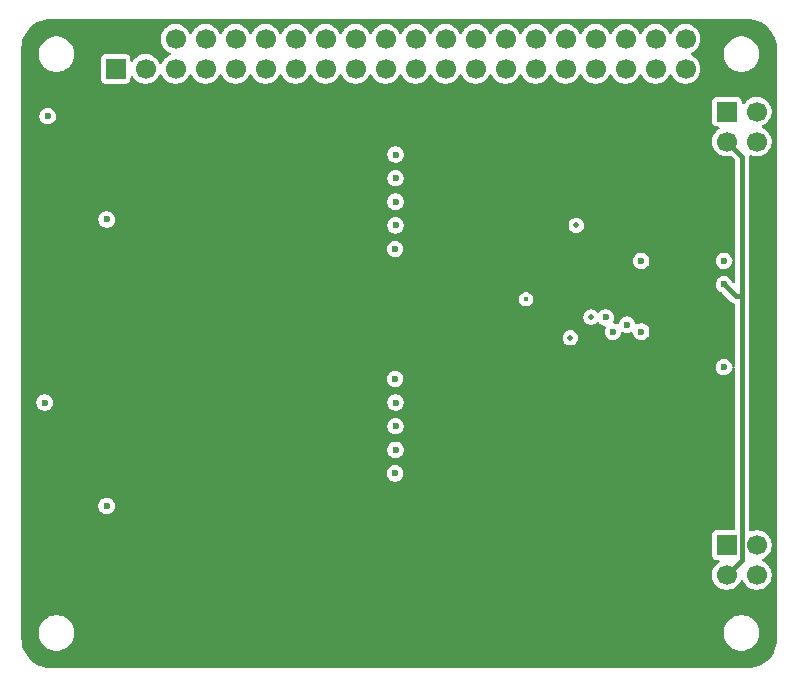
<source format=gbr>
%TF.GenerationSoftware,KiCad,Pcbnew,9.0.5*%
%TF.CreationDate,2025-10-24T16:15:44+02:00*%
%TF.ProjectId,poe4pi,706f6534-7069-42e6-9b69-6361645f7063,rev?*%
%TF.SameCoordinates,Original*%
%TF.FileFunction,Copper,L3,Inr*%
%TF.FilePolarity,Positive*%
%FSLAX46Y46*%
G04 Gerber Fmt 4.6, Leading zero omitted, Abs format (unit mm)*
G04 Created by KiCad (PCBNEW 9.0.5) date 2025-10-24 16:15:44*
%MOMM*%
%LPD*%
G01*
G04 APERTURE LIST*
%TA.AperFunction,ComponentPad*%
%ADD10R,1.700000X1.700000*%
%TD*%
%TA.AperFunction,ComponentPad*%
%ADD11C,1.700000*%
%TD*%
%TA.AperFunction,ViaPad*%
%ADD12C,0.600000*%
%TD*%
%TA.AperFunction,ViaPad*%
%ADD13C,0.400000*%
%TD*%
%TA.AperFunction,ViaPad*%
%ADD14C,0.500000*%
%TD*%
%TA.AperFunction,Conductor*%
%ADD15C,0.400000*%
%TD*%
G04 APERTURE END LIST*
D10*
%TO.N,POE_PAIR_1-*%
%TO.C,J2*%
X88250000Y-78060000D03*
D11*
%TO.N,POE_PAIR_1+*%
X88250000Y-80600000D03*
%TO.N,POE_PAIR_2-*%
X90790000Y-78060000D03*
%TO.N,POE_PAIR_2+*%
X90790000Y-80600000D03*
%TD*%
D10*
%TO.N,POE_PAIR_1-*%
%TO.C,J1*%
X88250000Y-41360000D03*
D11*
%TO.N,POE_PAIR_1+*%
X88250000Y-43900000D03*
%TO.N,POE_PAIR_2-*%
X90790000Y-41360000D03*
%TO.N,POE_PAIR_2+*%
X90790000Y-43900000D03*
%TD*%
%TO.N,unconnected-(J3-Pin_40-Pad40)*%
%TO.C,J3*%
X84760000Y-35210000D03*
%TO.N,GND*%
X84760000Y-37750000D03*
%TO.N,unconnected-(J3-Pin_38-Pad38)*%
X82220000Y-35210000D03*
%TO.N,unconnected-(J3-Pin_37-Pad37)*%
X82220000Y-37750000D03*
%TO.N,unconnected-(J3-Pin_36-Pad36)*%
X79680000Y-35210000D03*
%TO.N,unconnected-(J3-Pin_35-Pad35)*%
X79680000Y-37750000D03*
%TO.N,GND*%
X77140000Y-35210000D03*
%TO.N,unconnected-(J3-Pin_33-Pad33)*%
X77140000Y-37750000D03*
%TO.N,unconnected-(J3-Pin_32-Pad32)*%
X74600000Y-35210000D03*
%TO.N,unconnected-(J3-Pin_31-Pad31)*%
X74600000Y-37750000D03*
%TO.N,GND*%
X72060000Y-35210000D03*
%TO.N,unconnected-(J3-Pin_29-Pad29)*%
X72060000Y-37750000D03*
%TO.N,unconnected-(J3-Pin_28-Pad28)*%
X69520000Y-35210000D03*
%TO.N,unconnected-(J3-Pin_27-Pad27)*%
X69520000Y-37750000D03*
%TO.N,unconnected-(J3-Pin_26-Pad26)*%
X66980000Y-35210000D03*
%TO.N,GND*%
X66980000Y-37750000D03*
%TO.N,unconnected-(J3-Pin_24-Pad24)*%
X64440000Y-35210000D03*
%TO.N,unconnected-(J3-Pin_23-Pad23)*%
X64440000Y-37750000D03*
%TO.N,unconnected-(J3-Pin_22-Pad22)*%
X61900000Y-35210000D03*
%TO.N,unconnected-(J3-Pin_21-Pad21)*%
X61900000Y-37750000D03*
%TO.N,GND*%
X59360000Y-35210000D03*
%TO.N,unconnected-(J3-Pin_19-Pad19)*%
X59360000Y-37750000D03*
%TO.N,unconnected-(J3-Pin_18-Pad18)*%
X56820000Y-35210000D03*
%TO.N,unconnected-(J3-Pin_17-Pad17)*%
X56820000Y-37750000D03*
%TO.N,unconnected-(J3-Pin_16-Pad16)*%
X54280000Y-35210000D03*
%TO.N,unconnected-(J3-Pin_15-Pad15)*%
X54280000Y-37750000D03*
%TO.N,GND*%
X51740000Y-35210000D03*
%TO.N,unconnected-(J3-Pin_13-Pad13)*%
X51740000Y-37750000D03*
%TO.N,unconnected-(J3-Pin_12-Pad12)*%
X49200000Y-35210000D03*
%TO.N,unconnected-(J3-Pin_11-Pad11)*%
X49200000Y-37750000D03*
%TO.N,unconnected-(J3-Pin_10-Pad10)*%
X46660000Y-35210000D03*
%TO.N,GND*%
X46660000Y-37750000D03*
%TO.N,unconnected-(J3-Pin_8-Pad8)*%
X44120000Y-35210000D03*
%TO.N,unconnected-(J3-Pin_7-Pad7)*%
X44120000Y-37750000D03*
%TO.N,GND*%
X41580000Y-35210000D03*
%TO.N,unconnected-(J3-Pin_5-Pad5)*%
X41580000Y-37750000D03*
%TO.N,+5V*%
X39040000Y-35210000D03*
%TO.N,unconnected-(J3-Pin_3-Pad3)*%
X39040000Y-37750000D03*
%TO.N,+5V*%
X36500000Y-35210000D03*
D10*
%TO.N,unconnected-(J3-Pin_1-Pad1)*%
X36500000Y-37750000D03*
%TD*%
D12*
%TO.N,GND*%
X35750000Y-50500000D03*
X78600000Y-60000000D03*
X35750000Y-74750000D03*
X30500000Y-66000000D03*
X78000000Y-58800000D03*
X30750000Y-41750000D03*
X79800000Y-59400000D03*
%TO.N,+5V*%
X31750000Y-50500000D03*
X32250000Y-53750000D03*
D13*
X31750000Y-59250000D03*
D12*
X31750000Y-74750000D03*
X32250000Y-74750000D03*
X31250000Y-74750000D03*
X31775000Y-71250000D03*
X31250000Y-78000000D03*
D13*
X31250000Y-59250000D03*
D12*
X32250000Y-47000000D03*
X31750000Y-78000000D03*
X31250000Y-50500000D03*
D13*
X31250000Y-58750000D03*
D12*
X32250000Y-71250000D03*
D13*
X31250000Y-59750000D03*
X31500000Y-59500000D03*
D12*
X31250000Y-53750000D03*
X31750000Y-53750000D03*
D13*
X31500000Y-59000000D03*
D12*
X31250000Y-47000000D03*
X32250000Y-50500000D03*
X32250000Y-78000000D03*
X31250000Y-71250000D03*
X31750000Y-47000000D03*
%TO.N,POE_V+*%
X81000000Y-60000000D03*
X60200000Y-70000000D03*
X60200000Y-51000000D03*
X60200000Y-45000000D03*
X60200000Y-47000000D03*
X81000000Y-54000000D03*
X60167024Y-64000000D03*
X60200000Y-49000000D03*
X60200000Y-66000000D03*
X60200000Y-68000000D03*
X60167024Y-72000000D03*
X60167024Y-53000000D03*
D14*
%TO.N,POE_V-*%
X75000000Y-60510000D03*
X76750000Y-58750000D03*
D12*
%TO.N,POE_PAIR_2-*%
X88000000Y-63000000D03*
%TO.N,POE_PAIR_1-*%
X88000000Y-54000000D03*
%TO.N,POE_PAIR_1+*%
X88000000Y-56000000D03*
D13*
%TO.N,Net-(U3-PG)*%
X71250000Y-57250000D03*
D14*
X75500000Y-51000000D03*
%TD*%
D15*
%TO.N,POE_PAIR_1+*%
X89000000Y-57000000D02*
X88000000Y-56000000D01*
X89539000Y-57000000D02*
X89000000Y-57000000D01*
X89539000Y-57000000D02*
X89539000Y-79311000D01*
X88250000Y-43900000D02*
X89539000Y-45189000D01*
X89539000Y-79311000D02*
X88250000Y-80600000D01*
X89539000Y-45189000D02*
X89539000Y-57000000D01*
%TD*%
%TA.AperFunction,Conductor*%
%TO.N,+5V*%
G36*
X89912791Y-33521821D02*
G01*
X89974935Y-33521820D01*
X89982419Y-33522045D01*
X90272482Y-33539589D01*
X90287340Y-33541393D01*
X90569475Y-33593095D01*
X90584008Y-33596677D01*
X90584030Y-33596684D01*
X90857859Y-33682011D01*
X90871860Y-33687321D01*
X91133422Y-33805039D01*
X91146680Y-33811997D01*
X91392150Y-33960389D01*
X91404461Y-33968887D01*
X91623479Y-34140476D01*
X91630259Y-34145788D01*
X91641467Y-34155718D01*
X91844281Y-34358532D01*
X91854211Y-34369740D01*
X92031108Y-34595532D01*
X92039614Y-34607855D01*
X92188001Y-34853318D01*
X92194960Y-34866577D01*
X92312678Y-35128139D01*
X92317988Y-35142140D01*
X92403321Y-35415988D01*
X92406904Y-35430527D01*
X92458605Y-35712655D01*
X92460410Y-35727520D01*
X92477953Y-36017579D01*
X92478179Y-36025009D01*
X92478179Y-36027022D01*
X92478179Y-36087209D01*
X92478207Y-36087314D01*
X92478211Y-36095542D01*
X92478211Y-36095545D01*
X92499498Y-85996222D01*
X92499272Y-86003762D01*
X92481728Y-86293794D01*
X92479923Y-86308659D01*
X92428219Y-86590798D01*
X92424635Y-86605336D01*
X92339306Y-86879167D01*
X92333997Y-86893168D01*
X92216275Y-87154736D01*
X92209316Y-87167995D01*
X92060928Y-87413459D01*
X92052422Y-87425782D01*
X91875526Y-87651573D01*
X91865596Y-87662781D01*
X91662781Y-87865596D01*
X91651573Y-87875526D01*
X91425782Y-88052422D01*
X91413459Y-88060928D01*
X91167995Y-88209316D01*
X91154736Y-88216275D01*
X90893168Y-88333997D01*
X90879167Y-88339306D01*
X90605336Y-88424635D01*
X90590798Y-88428219D01*
X90308659Y-88479923D01*
X90293794Y-88481728D01*
X90003756Y-88499272D01*
X89996224Y-88499498D01*
X31095376Y-88478205D01*
X31095375Y-88478205D01*
X31087296Y-88478202D01*
X31087209Y-88478179D01*
X31025016Y-88478179D01*
X31025010Y-88478177D01*
X31017576Y-88477953D01*
X30727520Y-88460410D01*
X30712655Y-88458605D01*
X30430527Y-88406904D01*
X30415988Y-88403321D01*
X30142140Y-88317988D01*
X30128139Y-88312678D01*
X29866577Y-88194960D01*
X29853318Y-88188001D01*
X29643113Y-88060928D01*
X29607852Y-88039612D01*
X29595532Y-88031108D01*
X29369740Y-87854211D01*
X29358532Y-87844281D01*
X29155718Y-87641467D01*
X29145788Y-87630259D01*
X28968887Y-87404461D01*
X28960389Y-87392150D01*
X28811997Y-87146680D01*
X28805039Y-87133422D01*
X28687321Y-86871860D01*
X28682011Y-86857859D01*
X28596678Y-86584011D01*
X28593095Y-86569472D01*
X28541393Y-86287340D01*
X28539589Y-86272479D01*
X28532220Y-86150646D01*
X28522045Y-85982419D01*
X28521820Y-85974934D01*
X28521821Y-85912791D01*
X28521820Y-85912787D01*
X28521820Y-85381902D01*
X29999500Y-85381902D01*
X29999500Y-85618097D01*
X30036446Y-85851368D01*
X30109433Y-86075996D01*
X30209547Y-86272479D01*
X30216657Y-86286433D01*
X30355483Y-86477510D01*
X30522490Y-86644517D01*
X30713567Y-86783343D01*
X30805643Y-86830258D01*
X30924003Y-86890566D01*
X30924005Y-86890566D01*
X30924008Y-86890568D01*
X31044412Y-86929689D01*
X31148631Y-86963553D01*
X31381903Y-87000500D01*
X31381908Y-87000500D01*
X31618097Y-87000500D01*
X31851368Y-86963553D01*
X32075992Y-86890568D01*
X32286433Y-86783343D01*
X32477510Y-86644517D01*
X32644517Y-86477510D01*
X32783343Y-86286433D01*
X32890568Y-86075992D01*
X32963553Y-85851368D01*
X33000500Y-85618097D01*
X33000500Y-85381902D01*
X87999500Y-85381902D01*
X87999500Y-85618097D01*
X88036446Y-85851368D01*
X88109433Y-86075996D01*
X88209547Y-86272479D01*
X88216657Y-86286433D01*
X88355483Y-86477510D01*
X88522490Y-86644517D01*
X88713567Y-86783343D01*
X88805643Y-86830258D01*
X88924003Y-86890566D01*
X88924005Y-86890566D01*
X88924008Y-86890568D01*
X89044412Y-86929689D01*
X89148631Y-86963553D01*
X89381903Y-87000500D01*
X89381908Y-87000500D01*
X89618097Y-87000500D01*
X89851368Y-86963553D01*
X90075992Y-86890568D01*
X90286433Y-86783343D01*
X90477510Y-86644517D01*
X90644517Y-86477510D01*
X90783343Y-86286433D01*
X90890568Y-86075992D01*
X90963553Y-85851368D01*
X91000500Y-85618097D01*
X91000500Y-85381902D01*
X90963553Y-85148631D01*
X90890566Y-84924003D01*
X90783342Y-84713566D01*
X90644517Y-84522490D01*
X90477510Y-84355483D01*
X90286433Y-84216657D01*
X90075996Y-84109433D01*
X89851368Y-84036446D01*
X89618097Y-83999500D01*
X89618092Y-83999500D01*
X89381908Y-83999500D01*
X89381903Y-83999500D01*
X89148631Y-84036446D01*
X88924003Y-84109433D01*
X88713566Y-84216657D01*
X88604550Y-84295862D01*
X88522490Y-84355483D01*
X88522488Y-84355485D01*
X88522487Y-84355485D01*
X88355485Y-84522487D01*
X88355485Y-84522488D01*
X88355483Y-84522490D01*
X88295862Y-84604550D01*
X88216657Y-84713566D01*
X88109433Y-84924003D01*
X88036446Y-85148631D01*
X87999500Y-85381902D01*
X33000500Y-85381902D01*
X32963553Y-85148631D01*
X32890566Y-84924003D01*
X32783342Y-84713566D01*
X32644517Y-84522490D01*
X32477510Y-84355483D01*
X32286433Y-84216657D01*
X32075996Y-84109433D01*
X31851368Y-84036446D01*
X31618097Y-83999500D01*
X31618092Y-83999500D01*
X31381908Y-83999500D01*
X31381903Y-83999500D01*
X31148631Y-84036446D01*
X30924003Y-84109433D01*
X30713566Y-84216657D01*
X30604550Y-84295862D01*
X30522490Y-84355483D01*
X30522488Y-84355485D01*
X30522487Y-84355485D01*
X30355485Y-84522487D01*
X30355485Y-84522488D01*
X30355483Y-84522490D01*
X30295862Y-84604550D01*
X30216657Y-84713566D01*
X30109433Y-84924003D01*
X30036446Y-85148631D01*
X29999500Y-85381902D01*
X28521820Y-85381902D01*
X28521820Y-74818995D01*
X35049499Y-74818995D01*
X35076418Y-74954322D01*
X35076421Y-74954332D01*
X35129221Y-75081804D01*
X35129228Y-75081817D01*
X35205885Y-75196541D01*
X35205888Y-75196545D01*
X35303454Y-75294111D01*
X35303458Y-75294114D01*
X35418182Y-75370771D01*
X35418195Y-75370778D01*
X35545667Y-75423578D01*
X35545672Y-75423580D01*
X35545676Y-75423580D01*
X35545677Y-75423581D01*
X35681004Y-75450500D01*
X35681007Y-75450500D01*
X35818995Y-75450500D01*
X35910041Y-75432389D01*
X35954328Y-75423580D01*
X36081811Y-75370775D01*
X36196542Y-75294114D01*
X36294114Y-75196542D01*
X36370775Y-75081811D01*
X36423580Y-74954328D01*
X36450500Y-74818993D01*
X36450500Y-74681007D01*
X36450500Y-74681004D01*
X36423581Y-74545677D01*
X36423580Y-74545676D01*
X36423580Y-74545672D01*
X36423578Y-74545667D01*
X36370778Y-74418195D01*
X36370771Y-74418182D01*
X36294114Y-74303458D01*
X36294111Y-74303454D01*
X36196545Y-74205888D01*
X36196541Y-74205885D01*
X36081817Y-74129228D01*
X36081804Y-74129221D01*
X35954332Y-74076421D01*
X35954322Y-74076418D01*
X35818995Y-74049500D01*
X35818993Y-74049500D01*
X35681007Y-74049500D01*
X35681005Y-74049500D01*
X35545677Y-74076418D01*
X35545667Y-74076421D01*
X35418195Y-74129221D01*
X35418182Y-74129228D01*
X35303458Y-74205885D01*
X35303454Y-74205888D01*
X35205888Y-74303454D01*
X35205885Y-74303458D01*
X35129228Y-74418182D01*
X35129221Y-74418195D01*
X35076421Y-74545667D01*
X35076418Y-74545677D01*
X35049500Y-74681004D01*
X35049500Y-74681007D01*
X35049500Y-74818993D01*
X35049500Y-74818995D01*
X35049499Y-74818995D01*
X28521820Y-74818995D01*
X28521820Y-72068995D01*
X59466523Y-72068995D01*
X59493442Y-72204322D01*
X59493445Y-72204332D01*
X59546245Y-72331804D01*
X59546252Y-72331817D01*
X59622909Y-72446541D01*
X59622912Y-72446545D01*
X59720478Y-72544111D01*
X59720482Y-72544114D01*
X59835206Y-72620771D01*
X59835219Y-72620778D01*
X59962691Y-72673578D01*
X59962696Y-72673580D01*
X59962700Y-72673580D01*
X59962701Y-72673581D01*
X60098028Y-72700500D01*
X60098031Y-72700500D01*
X60236019Y-72700500D01*
X60327065Y-72682389D01*
X60371352Y-72673580D01*
X60498835Y-72620775D01*
X60613566Y-72544114D01*
X60711138Y-72446542D01*
X60787799Y-72331811D01*
X60840604Y-72204328D01*
X60867524Y-72068993D01*
X60867524Y-71931007D01*
X60867524Y-71931004D01*
X60840605Y-71795677D01*
X60840604Y-71795676D01*
X60840604Y-71795672D01*
X60840602Y-71795667D01*
X60787802Y-71668195D01*
X60787795Y-71668182D01*
X60711138Y-71553458D01*
X60711135Y-71553454D01*
X60613569Y-71455888D01*
X60613565Y-71455885D01*
X60498841Y-71379228D01*
X60498828Y-71379221D01*
X60371356Y-71326421D01*
X60371346Y-71326418D01*
X60236019Y-71299500D01*
X60236017Y-71299500D01*
X60098031Y-71299500D01*
X60098029Y-71299500D01*
X59962701Y-71326418D01*
X59962691Y-71326421D01*
X59835219Y-71379221D01*
X59835206Y-71379228D01*
X59720482Y-71455885D01*
X59720478Y-71455888D01*
X59622912Y-71553454D01*
X59622909Y-71553458D01*
X59546252Y-71668182D01*
X59546245Y-71668195D01*
X59493445Y-71795667D01*
X59493442Y-71795677D01*
X59466524Y-71931004D01*
X59466524Y-71931007D01*
X59466524Y-72068993D01*
X59466524Y-72068995D01*
X59466523Y-72068995D01*
X28521820Y-72068995D01*
X28521820Y-70068995D01*
X59499499Y-70068995D01*
X59526418Y-70204322D01*
X59526421Y-70204332D01*
X59579221Y-70331804D01*
X59579228Y-70331817D01*
X59655885Y-70446541D01*
X59655888Y-70446545D01*
X59753454Y-70544111D01*
X59753458Y-70544114D01*
X59868182Y-70620771D01*
X59868195Y-70620778D01*
X59995667Y-70673578D01*
X59995672Y-70673580D01*
X59995676Y-70673580D01*
X59995677Y-70673581D01*
X60131004Y-70700500D01*
X60131007Y-70700500D01*
X60268995Y-70700500D01*
X60360041Y-70682389D01*
X60404328Y-70673580D01*
X60531811Y-70620775D01*
X60646542Y-70544114D01*
X60744114Y-70446542D01*
X60820775Y-70331811D01*
X60873580Y-70204328D01*
X60900500Y-70068993D01*
X60900500Y-69931007D01*
X60900500Y-69931004D01*
X60873581Y-69795677D01*
X60873580Y-69795676D01*
X60873580Y-69795672D01*
X60873578Y-69795667D01*
X60820778Y-69668195D01*
X60820771Y-69668182D01*
X60744114Y-69553458D01*
X60744111Y-69553454D01*
X60646545Y-69455888D01*
X60646541Y-69455885D01*
X60531817Y-69379228D01*
X60531804Y-69379221D01*
X60404332Y-69326421D01*
X60404322Y-69326418D01*
X60268995Y-69299500D01*
X60268993Y-69299500D01*
X60131007Y-69299500D01*
X60131005Y-69299500D01*
X59995677Y-69326418D01*
X59995667Y-69326421D01*
X59868195Y-69379221D01*
X59868182Y-69379228D01*
X59753458Y-69455885D01*
X59753454Y-69455888D01*
X59655888Y-69553454D01*
X59655885Y-69553458D01*
X59579228Y-69668182D01*
X59579221Y-69668195D01*
X59526421Y-69795667D01*
X59526418Y-69795677D01*
X59499500Y-69931004D01*
X59499500Y-69931007D01*
X59499500Y-70068993D01*
X59499500Y-70068995D01*
X59499499Y-70068995D01*
X28521820Y-70068995D01*
X28521820Y-68068995D01*
X59499499Y-68068995D01*
X59526418Y-68204322D01*
X59526421Y-68204332D01*
X59579221Y-68331804D01*
X59579228Y-68331817D01*
X59655885Y-68446541D01*
X59655888Y-68446545D01*
X59753454Y-68544111D01*
X59753458Y-68544114D01*
X59868182Y-68620771D01*
X59868195Y-68620778D01*
X59995667Y-68673578D01*
X59995672Y-68673580D01*
X59995676Y-68673580D01*
X59995677Y-68673581D01*
X60131004Y-68700500D01*
X60131007Y-68700500D01*
X60268995Y-68700500D01*
X60360041Y-68682389D01*
X60404328Y-68673580D01*
X60531811Y-68620775D01*
X60646542Y-68544114D01*
X60744114Y-68446542D01*
X60820775Y-68331811D01*
X60873580Y-68204328D01*
X60900500Y-68068993D01*
X60900500Y-67931007D01*
X60900500Y-67931004D01*
X60873581Y-67795677D01*
X60873580Y-67795676D01*
X60873580Y-67795672D01*
X60873578Y-67795667D01*
X60820778Y-67668195D01*
X60820771Y-67668182D01*
X60744114Y-67553458D01*
X60744111Y-67553454D01*
X60646545Y-67455888D01*
X60646541Y-67455885D01*
X60531817Y-67379228D01*
X60531804Y-67379221D01*
X60404332Y-67326421D01*
X60404322Y-67326418D01*
X60268995Y-67299500D01*
X60268993Y-67299500D01*
X60131007Y-67299500D01*
X60131005Y-67299500D01*
X59995677Y-67326418D01*
X59995667Y-67326421D01*
X59868195Y-67379221D01*
X59868182Y-67379228D01*
X59753458Y-67455885D01*
X59753454Y-67455888D01*
X59655888Y-67553454D01*
X59655885Y-67553458D01*
X59579228Y-67668182D01*
X59579221Y-67668195D01*
X59526421Y-67795667D01*
X59526418Y-67795677D01*
X59499500Y-67931004D01*
X59499500Y-67931007D01*
X59499500Y-68068993D01*
X59499500Y-68068995D01*
X59499499Y-68068995D01*
X28521820Y-68068995D01*
X28521820Y-66068995D01*
X29799499Y-66068995D01*
X29826418Y-66204322D01*
X29826421Y-66204332D01*
X29879221Y-66331804D01*
X29879228Y-66331817D01*
X29955885Y-66446541D01*
X29955888Y-66446545D01*
X30053454Y-66544111D01*
X30053458Y-66544114D01*
X30168182Y-66620771D01*
X30168195Y-66620778D01*
X30295667Y-66673578D01*
X30295672Y-66673580D01*
X30295676Y-66673580D01*
X30295677Y-66673581D01*
X30431004Y-66700500D01*
X30431007Y-66700500D01*
X30568995Y-66700500D01*
X30660041Y-66682389D01*
X30704328Y-66673580D01*
X30831811Y-66620775D01*
X30946542Y-66544114D01*
X31044114Y-66446542D01*
X31120775Y-66331811D01*
X31173580Y-66204328D01*
X31200500Y-66068995D01*
X59499499Y-66068995D01*
X59526418Y-66204322D01*
X59526421Y-66204332D01*
X59579221Y-66331804D01*
X59579228Y-66331817D01*
X59655885Y-66446541D01*
X59655888Y-66446545D01*
X59753454Y-66544111D01*
X59753458Y-66544114D01*
X59868182Y-66620771D01*
X59868195Y-66620778D01*
X59995667Y-66673578D01*
X59995672Y-66673580D01*
X59995676Y-66673580D01*
X59995677Y-66673581D01*
X60131004Y-66700500D01*
X60131007Y-66700500D01*
X60268995Y-66700500D01*
X60360041Y-66682389D01*
X60404328Y-66673580D01*
X60531811Y-66620775D01*
X60646542Y-66544114D01*
X60744114Y-66446542D01*
X60820775Y-66331811D01*
X60873580Y-66204328D01*
X60900500Y-66068993D01*
X60900500Y-65931007D01*
X60900500Y-65931004D01*
X60873581Y-65795677D01*
X60873580Y-65795676D01*
X60873580Y-65795672D01*
X60873578Y-65795667D01*
X60820778Y-65668195D01*
X60820771Y-65668182D01*
X60744114Y-65553458D01*
X60744111Y-65553454D01*
X60646545Y-65455888D01*
X60646541Y-65455885D01*
X60531817Y-65379228D01*
X60531804Y-65379221D01*
X60404332Y-65326421D01*
X60404322Y-65326418D01*
X60268995Y-65299500D01*
X60268993Y-65299500D01*
X60131007Y-65299500D01*
X60131005Y-65299500D01*
X59995677Y-65326418D01*
X59995667Y-65326421D01*
X59868195Y-65379221D01*
X59868182Y-65379228D01*
X59753458Y-65455885D01*
X59753454Y-65455888D01*
X59655888Y-65553454D01*
X59655885Y-65553458D01*
X59579228Y-65668182D01*
X59579221Y-65668195D01*
X59526421Y-65795667D01*
X59526418Y-65795677D01*
X59499500Y-65931004D01*
X59499500Y-65931007D01*
X59499500Y-66068993D01*
X59499500Y-66068995D01*
X59499499Y-66068995D01*
X31200500Y-66068995D01*
X31200500Y-66068993D01*
X31200500Y-65931007D01*
X31200500Y-65931004D01*
X31173581Y-65795677D01*
X31173580Y-65795676D01*
X31173580Y-65795672D01*
X31173578Y-65795667D01*
X31120778Y-65668195D01*
X31120771Y-65668182D01*
X31044114Y-65553458D01*
X31044111Y-65553454D01*
X30946545Y-65455888D01*
X30946541Y-65455885D01*
X30831817Y-65379228D01*
X30831804Y-65379221D01*
X30704332Y-65326421D01*
X30704322Y-65326418D01*
X30568995Y-65299500D01*
X30568993Y-65299500D01*
X30431007Y-65299500D01*
X30431005Y-65299500D01*
X30295677Y-65326418D01*
X30295667Y-65326421D01*
X30168195Y-65379221D01*
X30168182Y-65379228D01*
X30053458Y-65455885D01*
X30053454Y-65455888D01*
X29955888Y-65553454D01*
X29955885Y-65553458D01*
X29879228Y-65668182D01*
X29879221Y-65668195D01*
X29826421Y-65795667D01*
X29826418Y-65795677D01*
X29799500Y-65931004D01*
X29799500Y-65931007D01*
X29799500Y-66068993D01*
X29799500Y-66068995D01*
X29799499Y-66068995D01*
X28521820Y-66068995D01*
X28521820Y-64068995D01*
X59466523Y-64068995D01*
X59493442Y-64204322D01*
X59493445Y-64204332D01*
X59546245Y-64331804D01*
X59546252Y-64331817D01*
X59622909Y-64446541D01*
X59622912Y-64446545D01*
X59720478Y-64544111D01*
X59720482Y-64544114D01*
X59835206Y-64620771D01*
X59835219Y-64620778D01*
X59962691Y-64673578D01*
X59962696Y-64673580D01*
X59962700Y-64673580D01*
X59962701Y-64673581D01*
X60098028Y-64700500D01*
X60098031Y-64700500D01*
X60236019Y-64700500D01*
X60327065Y-64682389D01*
X60371352Y-64673580D01*
X60498835Y-64620775D01*
X60613566Y-64544114D01*
X60711138Y-64446542D01*
X60787799Y-64331811D01*
X60840604Y-64204328D01*
X60867524Y-64068993D01*
X60867524Y-63931007D01*
X60867524Y-63931004D01*
X60840605Y-63795677D01*
X60840604Y-63795676D01*
X60840604Y-63795672D01*
X60801183Y-63700500D01*
X60787802Y-63668195D01*
X60787795Y-63668182D01*
X60711138Y-63553458D01*
X60711135Y-63553454D01*
X60613569Y-63455888D01*
X60613565Y-63455885D01*
X60498841Y-63379228D01*
X60498828Y-63379221D01*
X60371356Y-63326421D01*
X60371346Y-63326418D01*
X60236019Y-63299500D01*
X60236017Y-63299500D01*
X60098031Y-63299500D01*
X60098029Y-63299500D01*
X59962701Y-63326418D01*
X59962691Y-63326421D01*
X59835219Y-63379221D01*
X59835206Y-63379228D01*
X59720482Y-63455885D01*
X59720478Y-63455888D01*
X59622912Y-63553454D01*
X59622909Y-63553458D01*
X59546252Y-63668182D01*
X59546245Y-63668195D01*
X59493445Y-63795667D01*
X59493442Y-63795677D01*
X59466524Y-63931004D01*
X59466524Y-63931007D01*
X59466524Y-64068993D01*
X59466524Y-64068995D01*
X59466523Y-64068995D01*
X28521820Y-64068995D01*
X28521820Y-60574071D01*
X74349499Y-60574071D01*
X74374497Y-60699738D01*
X74374499Y-60699744D01*
X74423533Y-60818124D01*
X74423538Y-60818133D01*
X74494723Y-60924668D01*
X74494726Y-60924672D01*
X74585327Y-61015273D01*
X74585331Y-61015276D01*
X74691866Y-61086461D01*
X74691872Y-61086464D01*
X74691873Y-61086465D01*
X74810256Y-61135501D01*
X74810260Y-61135501D01*
X74810261Y-61135502D01*
X74935928Y-61160500D01*
X74935931Y-61160500D01*
X75064071Y-61160500D01*
X75148615Y-61143682D01*
X75189744Y-61135501D01*
X75308127Y-61086465D01*
X75414669Y-61015276D01*
X75505276Y-60924669D01*
X75576465Y-60818127D01*
X75625501Y-60699744D01*
X75641209Y-60620778D01*
X75650500Y-60574071D01*
X75650500Y-60445928D01*
X75625502Y-60320261D01*
X75625501Y-60320260D01*
X75625501Y-60320256D01*
X75577482Y-60204328D01*
X75576466Y-60201875D01*
X75576461Y-60201866D01*
X75505276Y-60095331D01*
X75505273Y-60095327D01*
X75414672Y-60004726D01*
X75414668Y-60004723D01*
X75308133Y-59933538D01*
X75308124Y-59933533D01*
X75189744Y-59884499D01*
X75189738Y-59884497D01*
X75064071Y-59859500D01*
X75064069Y-59859500D01*
X74935931Y-59859500D01*
X74935929Y-59859500D01*
X74810261Y-59884497D01*
X74810255Y-59884499D01*
X74691875Y-59933533D01*
X74691866Y-59933538D01*
X74585331Y-60004723D01*
X74585327Y-60004726D01*
X74494726Y-60095327D01*
X74494723Y-60095331D01*
X74423538Y-60201866D01*
X74423533Y-60201875D01*
X74374499Y-60320255D01*
X74374497Y-60320261D01*
X74349500Y-60445928D01*
X74349500Y-60445931D01*
X74349500Y-60574069D01*
X74349500Y-60574071D01*
X74349499Y-60574071D01*
X28521820Y-60574071D01*
X28521820Y-58814071D01*
X76099499Y-58814071D01*
X76124497Y-58939738D01*
X76124499Y-58939744D01*
X76173533Y-59058124D01*
X76173538Y-59058133D01*
X76244723Y-59164668D01*
X76244726Y-59164672D01*
X76335327Y-59255273D01*
X76335331Y-59255276D01*
X76441866Y-59326461D01*
X76441872Y-59326464D01*
X76441873Y-59326465D01*
X76560256Y-59375501D01*
X76560260Y-59375501D01*
X76560261Y-59375502D01*
X76685928Y-59400500D01*
X76685931Y-59400500D01*
X76814071Y-59400500D01*
X76909304Y-59381556D01*
X76939744Y-59375501D01*
X77058127Y-59326465D01*
X77164669Y-59255276D01*
X77235900Y-59184044D01*
X77297221Y-59150561D01*
X77366913Y-59155545D01*
X77422847Y-59197416D01*
X77426682Y-59202836D01*
X77455885Y-59246541D01*
X77455888Y-59246545D01*
X77553454Y-59344111D01*
X77553458Y-59344114D01*
X77668182Y-59420771D01*
X77668195Y-59420778D01*
X77784598Y-59468993D01*
X77795672Y-59473580D01*
X77841760Y-59482747D01*
X77891626Y-59492667D01*
X77953537Y-59525052D01*
X77988111Y-59585767D01*
X77984372Y-59655537D01*
X77981321Y-59662462D01*
X77981556Y-59662560D01*
X77926421Y-59795667D01*
X77926418Y-59795677D01*
X77899500Y-59931004D01*
X77899500Y-59931007D01*
X77899500Y-60068993D01*
X77899500Y-60068995D01*
X77899499Y-60068995D01*
X77926418Y-60204322D01*
X77926421Y-60204332D01*
X77979221Y-60331804D01*
X77979228Y-60331817D01*
X78055885Y-60446541D01*
X78055888Y-60446545D01*
X78153454Y-60544111D01*
X78153458Y-60544114D01*
X78268182Y-60620771D01*
X78268195Y-60620778D01*
X78395667Y-60673578D01*
X78395672Y-60673580D01*
X78395676Y-60673580D01*
X78395677Y-60673581D01*
X78531004Y-60700500D01*
X78531007Y-60700500D01*
X78668995Y-60700500D01*
X78760041Y-60682389D01*
X78804328Y-60673580D01*
X78931811Y-60620775D01*
X79046542Y-60544114D01*
X79144114Y-60446542D01*
X79220775Y-60331811D01*
X79273580Y-60204328D01*
X79292667Y-60108373D01*
X79325052Y-60046462D01*
X79385767Y-60011888D01*
X79455537Y-60015627D01*
X79462461Y-60018680D01*
X79462560Y-60018444D01*
X79584598Y-60068993D01*
X79595672Y-60073580D01*
X79595676Y-60073580D01*
X79595677Y-60073581D01*
X79731004Y-60100500D01*
X79731007Y-60100500D01*
X79868995Y-60100500D01*
X79960041Y-60082389D01*
X80004328Y-60073580D01*
X80069797Y-60046462D01*
X80137440Y-60018444D01*
X80138456Y-60020899D01*
X80195536Y-60008954D01*
X80260806Y-60033886D01*
X80302235Y-60090148D01*
X80307332Y-60108372D01*
X80326418Y-60204322D01*
X80326421Y-60204332D01*
X80379221Y-60331804D01*
X80379228Y-60331817D01*
X80455885Y-60446541D01*
X80455888Y-60446545D01*
X80553454Y-60544111D01*
X80553458Y-60544114D01*
X80668182Y-60620771D01*
X80668195Y-60620778D01*
X80795667Y-60673578D01*
X80795672Y-60673580D01*
X80795676Y-60673580D01*
X80795677Y-60673581D01*
X80931004Y-60700500D01*
X80931007Y-60700500D01*
X81068995Y-60700500D01*
X81160041Y-60682389D01*
X81204328Y-60673580D01*
X81331811Y-60620775D01*
X81446542Y-60544114D01*
X81544114Y-60446542D01*
X81620775Y-60331811D01*
X81673580Y-60204328D01*
X81696292Y-60090148D01*
X81700500Y-60068995D01*
X81700500Y-59931004D01*
X81673581Y-59795677D01*
X81673580Y-59795676D01*
X81673580Y-59795672D01*
X81673578Y-59795667D01*
X81620778Y-59668195D01*
X81620771Y-59668182D01*
X81544114Y-59553458D01*
X81544111Y-59553454D01*
X81446545Y-59455888D01*
X81446541Y-59455885D01*
X81331817Y-59379228D01*
X81331804Y-59379221D01*
X81204332Y-59326421D01*
X81204322Y-59326418D01*
X81068995Y-59299500D01*
X81068993Y-59299500D01*
X80931007Y-59299500D01*
X80931005Y-59299500D01*
X80795677Y-59326418D01*
X80795667Y-59326421D01*
X80662560Y-59381556D01*
X80661555Y-59379130D01*
X80604283Y-59391031D01*
X80539050Y-59366004D01*
X80497703Y-59309682D01*
X80492667Y-59291626D01*
X80482747Y-59241760D01*
X80473580Y-59195672D01*
X80468764Y-59184046D01*
X80420778Y-59068195D01*
X80420771Y-59068182D01*
X80344114Y-58953458D01*
X80344111Y-58953454D01*
X80246545Y-58855888D01*
X80246541Y-58855885D01*
X80131817Y-58779228D01*
X80131804Y-58779221D01*
X80004332Y-58726421D01*
X80004322Y-58726418D01*
X79868995Y-58699500D01*
X79868993Y-58699500D01*
X79731007Y-58699500D01*
X79731005Y-58699500D01*
X79595677Y-58726418D01*
X79595667Y-58726421D01*
X79468195Y-58779221D01*
X79468182Y-58779228D01*
X79353458Y-58855885D01*
X79353454Y-58855888D01*
X79255888Y-58953454D01*
X79255885Y-58953458D01*
X79179228Y-59068182D01*
X79179221Y-59068195D01*
X79126421Y-59195667D01*
X79126418Y-59195677D01*
X79107332Y-59291627D01*
X79074946Y-59353538D01*
X79014230Y-59388112D01*
X78944461Y-59384371D01*
X78937537Y-59381320D01*
X78937440Y-59381556D01*
X78804332Y-59326421D01*
X78804322Y-59326418D01*
X78708372Y-59307332D01*
X78646461Y-59274947D01*
X78611887Y-59214231D01*
X78615628Y-59144461D01*
X78618681Y-59137538D01*
X78618444Y-59137440D01*
X78673578Y-59004332D01*
X78673580Y-59004328D01*
X78700500Y-58868993D01*
X78700500Y-58731007D01*
X78700500Y-58731004D01*
X78673581Y-58595677D01*
X78673580Y-58595676D01*
X78673580Y-58595672D01*
X78673578Y-58595667D01*
X78620778Y-58468195D01*
X78620771Y-58468182D01*
X78544114Y-58353458D01*
X78544111Y-58353454D01*
X78446545Y-58255888D01*
X78446541Y-58255885D01*
X78331817Y-58179228D01*
X78331804Y-58179221D01*
X78204332Y-58126421D01*
X78204322Y-58126418D01*
X78068995Y-58099500D01*
X78068993Y-58099500D01*
X77931007Y-58099500D01*
X77931005Y-58099500D01*
X77795677Y-58126418D01*
X77795667Y-58126421D01*
X77668195Y-58179221D01*
X77668182Y-58179228D01*
X77553458Y-58255885D01*
X77553454Y-58255888D01*
X77451578Y-58357765D01*
X77450071Y-58356258D01*
X77400292Y-58390158D01*
X77330447Y-58392021D01*
X77270683Y-58355828D01*
X77259095Y-58341046D01*
X77255276Y-58335331D01*
X77255273Y-58335327D01*
X77164672Y-58244726D01*
X77164668Y-58244723D01*
X77058133Y-58173538D01*
X77058124Y-58173533D01*
X76939744Y-58124499D01*
X76939738Y-58124497D01*
X76814071Y-58099500D01*
X76814069Y-58099500D01*
X76685931Y-58099500D01*
X76685929Y-58099500D01*
X76560261Y-58124497D01*
X76560255Y-58124499D01*
X76441875Y-58173533D01*
X76441866Y-58173538D01*
X76335331Y-58244723D01*
X76335327Y-58244726D01*
X76244726Y-58335327D01*
X76244723Y-58335331D01*
X76173538Y-58441866D01*
X76173533Y-58441875D01*
X76124499Y-58560255D01*
X76124497Y-58560261D01*
X76099500Y-58685928D01*
X76099500Y-58685931D01*
X76099500Y-58814069D01*
X76099500Y-58814071D01*
X76099499Y-58814071D01*
X28521820Y-58814071D01*
X28521820Y-57170943D01*
X70649500Y-57170943D01*
X70649500Y-57329057D01*
X70690086Y-57480524D01*
X70690423Y-57481783D01*
X70690426Y-57481790D01*
X70769475Y-57618709D01*
X70769479Y-57618714D01*
X70769480Y-57618716D01*
X70881284Y-57730520D01*
X70881286Y-57730521D01*
X70881290Y-57730524D01*
X71018209Y-57809573D01*
X71018216Y-57809577D01*
X71170943Y-57850500D01*
X71170945Y-57850500D01*
X71329055Y-57850500D01*
X71329057Y-57850500D01*
X71481784Y-57809577D01*
X71618716Y-57730520D01*
X71730520Y-57618716D01*
X71809577Y-57481784D01*
X71850500Y-57329057D01*
X71850500Y-57170943D01*
X71809577Y-57018216D01*
X71753417Y-56920943D01*
X71730524Y-56881290D01*
X71730518Y-56881282D01*
X71618717Y-56769481D01*
X71618709Y-56769475D01*
X71481790Y-56690426D01*
X71481786Y-56690424D01*
X71481784Y-56690423D01*
X71329057Y-56649500D01*
X71170943Y-56649500D01*
X71018216Y-56690423D01*
X71018209Y-56690426D01*
X70881290Y-56769475D01*
X70881282Y-56769481D01*
X70769481Y-56881282D01*
X70769475Y-56881290D01*
X70690426Y-57018209D01*
X70690423Y-57018216D01*
X70649500Y-57170943D01*
X28521820Y-57170943D01*
X28521820Y-54068995D01*
X80299499Y-54068995D01*
X80326418Y-54204322D01*
X80326421Y-54204332D01*
X80379221Y-54331804D01*
X80379228Y-54331817D01*
X80455885Y-54446541D01*
X80455888Y-54446545D01*
X80553454Y-54544111D01*
X80553458Y-54544114D01*
X80668182Y-54620771D01*
X80668195Y-54620778D01*
X80795667Y-54673578D01*
X80795672Y-54673580D01*
X80795676Y-54673580D01*
X80795677Y-54673581D01*
X80931004Y-54700500D01*
X80931007Y-54700500D01*
X81068995Y-54700500D01*
X81160041Y-54682389D01*
X81204328Y-54673580D01*
X81331811Y-54620775D01*
X81446542Y-54544114D01*
X81544114Y-54446542D01*
X81620775Y-54331811D01*
X81673580Y-54204328D01*
X81682389Y-54160041D01*
X81700500Y-54068995D01*
X81700500Y-53931004D01*
X81673581Y-53795677D01*
X81673580Y-53795676D01*
X81673580Y-53795672D01*
X81634159Y-53700500D01*
X81620778Y-53668195D01*
X81620771Y-53668182D01*
X81544114Y-53553458D01*
X81544111Y-53553454D01*
X81446545Y-53455888D01*
X81446541Y-53455885D01*
X81331817Y-53379228D01*
X81331804Y-53379221D01*
X81204332Y-53326421D01*
X81204322Y-53326418D01*
X81068995Y-53299500D01*
X81068993Y-53299500D01*
X80931007Y-53299500D01*
X80931005Y-53299500D01*
X80795677Y-53326418D01*
X80795667Y-53326421D01*
X80668195Y-53379221D01*
X80668182Y-53379228D01*
X80553458Y-53455885D01*
X80553454Y-53455888D01*
X80455888Y-53553454D01*
X80455885Y-53553458D01*
X80379228Y-53668182D01*
X80379221Y-53668195D01*
X80326421Y-53795667D01*
X80326418Y-53795677D01*
X80299500Y-53931004D01*
X80299500Y-53931007D01*
X80299500Y-54068993D01*
X80299500Y-54068995D01*
X80299499Y-54068995D01*
X28521820Y-54068995D01*
X28521820Y-53068995D01*
X59466523Y-53068995D01*
X59493442Y-53204322D01*
X59493445Y-53204332D01*
X59546245Y-53331804D01*
X59546252Y-53331817D01*
X59622909Y-53446541D01*
X59622912Y-53446545D01*
X59720478Y-53544111D01*
X59720482Y-53544114D01*
X59835206Y-53620771D01*
X59835219Y-53620778D01*
X59949664Y-53668182D01*
X59962696Y-53673580D01*
X59962700Y-53673580D01*
X59962701Y-53673581D01*
X60098028Y-53700500D01*
X60098031Y-53700500D01*
X60236019Y-53700500D01*
X60327065Y-53682389D01*
X60371352Y-53673580D01*
X60498835Y-53620775D01*
X60613566Y-53544114D01*
X60711138Y-53446542D01*
X60787799Y-53331811D01*
X60840604Y-53204328D01*
X60867524Y-53068993D01*
X60867524Y-52931007D01*
X60867524Y-52931004D01*
X60840605Y-52795677D01*
X60840604Y-52795676D01*
X60840604Y-52795672D01*
X60840602Y-52795667D01*
X60787802Y-52668195D01*
X60787795Y-52668182D01*
X60711138Y-52553458D01*
X60711135Y-52553454D01*
X60613569Y-52455888D01*
X60613565Y-52455885D01*
X60498841Y-52379228D01*
X60498828Y-52379221D01*
X60371356Y-52326421D01*
X60371346Y-52326418D01*
X60236019Y-52299500D01*
X60236017Y-52299500D01*
X60098031Y-52299500D01*
X60098029Y-52299500D01*
X59962701Y-52326418D01*
X59962691Y-52326421D01*
X59835219Y-52379221D01*
X59835206Y-52379228D01*
X59720482Y-52455885D01*
X59720478Y-52455888D01*
X59622912Y-52553454D01*
X59622909Y-52553458D01*
X59546252Y-52668182D01*
X59546245Y-52668195D01*
X59493445Y-52795667D01*
X59493442Y-52795677D01*
X59466524Y-52931004D01*
X59466524Y-52931007D01*
X59466524Y-53068993D01*
X59466524Y-53068995D01*
X59466523Y-53068995D01*
X28521820Y-53068995D01*
X28521820Y-50568995D01*
X35049499Y-50568995D01*
X35076418Y-50704322D01*
X35076421Y-50704332D01*
X35129221Y-50831804D01*
X35129228Y-50831817D01*
X35205885Y-50946541D01*
X35205888Y-50946545D01*
X35303454Y-51044111D01*
X35303458Y-51044114D01*
X35418182Y-51120771D01*
X35418195Y-51120778D01*
X35545667Y-51173578D01*
X35545672Y-51173580D01*
X35545676Y-51173580D01*
X35545677Y-51173581D01*
X35681004Y-51200500D01*
X35681007Y-51200500D01*
X35818995Y-51200500D01*
X35910041Y-51182389D01*
X35954328Y-51173580D01*
X36081811Y-51120775D01*
X36159305Y-51068995D01*
X59499499Y-51068995D01*
X59526418Y-51204322D01*
X59526421Y-51204332D01*
X59579221Y-51331804D01*
X59579228Y-51331817D01*
X59655885Y-51446541D01*
X59655888Y-51446545D01*
X59753454Y-51544111D01*
X59753458Y-51544114D01*
X59868182Y-51620771D01*
X59868195Y-51620778D01*
X59995667Y-51673578D01*
X59995672Y-51673580D01*
X59995676Y-51673580D01*
X59995677Y-51673581D01*
X60131004Y-51700500D01*
X60131007Y-51700500D01*
X60268995Y-51700500D01*
X60360041Y-51682389D01*
X60404328Y-51673580D01*
X60520399Y-51625502D01*
X60531804Y-51620778D01*
X60531804Y-51620777D01*
X60531811Y-51620775D01*
X60646542Y-51544114D01*
X60744114Y-51446542D01*
X60820775Y-51331811D01*
X60873580Y-51204328D01*
X60900500Y-51068993D01*
X60900500Y-51064071D01*
X74849499Y-51064071D01*
X74874497Y-51189738D01*
X74874499Y-51189744D01*
X74923533Y-51308124D01*
X74923538Y-51308133D01*
X74994723Y-51414668D01*
X74994726Y-51414672D01*
X75085327Y-51505273D01*
X75085331Y-51505276D01*
X75191866Y-51576461D01*
X75191872Y-51576464D01*
X75191873Y-51576465D01*
X75310256Y-51625501D01*
X75310260Y-51625501D01*
X75310261Y-51625502D01*
X75435928Y-51650500D01*
X75435931Y-51650500D01*
X75564071Y-51650500D01*
X75648615Y-51633682D01*
X75689744Y-51625501D01*
X75808127Y-51576465D01*
X75914669Y-51505276D01*
X76005276Y-51414669D01*
X76076465Y-51308127D01*
X76125501Y-51189744D01*
X76139221Y-51120771D01*
X76150500Y-51064071D01*
X76150500Y-50935928D01*
X76125502Y-50810261D01*
X76125501Y-50810260D01*
X76125501Y-50810256D01*
X76076465Y-50691873D01*
X76076464Y-50691872D01*
X76076461Y-50691866D01*
X76005276Y-50585331D01*
X76005273Y-50585327D01*
X75914672Y-50494726D01*
X75914668Y-50494723D01*
X75808133Y-50423538D01*
X75808124Y-50423533D01*
X75689744Y-50374499D01*
X75689738Y-50374497D01*
X75564071Y-50349500D01*
X75564069Y-50349500D01*
X75435931Y-50349500D01*
X75435929Y-50349500D01*
X75310261Y-50374497D01*
X75310255Y-50374499D01*
X75191875Y-50423533D01*
X75191866Y-50423538D01*
X75085331Y-50494723D01*
X75085327Y-50494726D01*
X74994726Y-50585327D01*
X74994723Y-50585331D01*
X74923538Y-50691866D01*
X74923533Y-50691875D01*
X74874499Y-50810255D01*
X74874497Y-50810261D01*
X74849500Y-50935928D01*
X74849500Y-50935931D01*
X74849500Y-51064069D01*
X74849500Y-51064071D01*
X74849499Y-51064071D01*
X60900500Y-51064071D01*
X60900500Y-50931007D01*
X60900500Y-50931004D01*
X60873581Y-50795677D01*
X60873580Y-50795676D01*
X60873580Y-50795672D01*
X60835746Y-50704332D01*
X60820778Y-50668195D01*
X60820771Y-50668182D01*
X60744114Y-50553458D01*
X60744111Y-50553454D01*
X60646545Y-50455888D01*
X60646541Y-50455885D01*
X60531817Y-50379228D01*
X60531804Y-50379221D01*
X60404332Y-50326421D01*
X60404322Y-50326418D01*
X60268995Y-50299500D01*
X60268993Y-50299500D01*
X60131007Y-50299500D01*
X60131005Y-50299500D01*
X59995677Y-50326418D01*
X59995667Y-50326421D01*
X59868195Y-50379221D01*
X59868182Y-50379228D01*
X59753458Y-50455885D01*
X59753454Y-50455888D01*
X59655888Y-50553454D01*
X59655885Y-50553458D01*
X59579228Y-50668182D01*
X59579221Y-50668195D01*
X59526421Y-50795667D01*
X59526418Y-50795677D01*
X59499500Y-50931004D01*
X59499500Y-50931007D01*
X59499500Y-51068993D01*
X59499500Y-51068995D01*
X59499499Y-51068995D01*
X36159305Y-51068995D01*
X36196542Y-51044114D01*
X36294114Y-50946542D01*
X36324752Y-50900688D01*
X36354597Y-50856024D01*
X36370771Y-50831817D01*
X36370771Y-50831816D01*
X36370775Y-50831811D01*
X36423580Y-50704328D01*
X36450500Y-50568993D01*
X36450500Y-50431007D01*
X36450500Y-50431004D01*
X36423581Y-50295677D01*
X36423580Y-50295676D01*
X36423580Y-50295672D01*
X36423578Y-50295667D01*
X36370778Y-50168195D01*
X36370771Y-50168182D01*
X36294114Y-50053458D01*
X36294111Y-50053454D01*
X36196545Y-49955888D01*
X36196541Y-49955885D01*
X36081817Y-49879228D01*
X36081804Y-49879221D01*
X35954332Y-49826421D01*
X35954322Y-49826418D01*
X35818995Y-49799500D01*
X35818993Y-49799500D01*
X35681007Y-49799500D01*
X35681005Y-49799500D01*
X35545677Y-49826418D01*
X35545667Y-49826421D01*
X35418195Y-49879221D01*
X35418182Y-49879228D01*
X35303458Y-49955885D01*
X35303454Y-49955888D01*
X35205888Y-50053454D01*
X35205885Y-50053458D01*
X35129228Y-50168182D01*
X35129221Y-50168195D01*
X35076421Y-50295667D01*
X35076418Y-50295677D01*
X35049500Y-50431004D01*
X35049500Y-50431007D01*
X35049500Y-50568993D01*
X35049500Y-50568995D01*
X35049499Y-50568995D01*
X28521820Y-50568995D01*
X28521820Y-49068995D01*
X59499499Y-49068995D01*
X59526418Y-49204322D01*
X59526421Y-49204332D01*
X59579221Y-49331804D01*
X59579228Y-49331817D01*
X59655885Y-49446541D01*
X59655888Y-49446545D01*
X59753454Y-49544111D01*
X59753458Y-49544114D01*
X59868182Y-49620771D01*
X59868195Y-49620778D01*
X59995667Y-49673578D01*
X59995672Y-49673580D01*
X59995676Y-49673580D01*
X59995677Y-49673581D01*
X60131004Y-49700500D01*
X60131007Y-49700500D01*
X60268995Y-49700500D01*
X60360041Y-49682389D01*
X60404328Y-49673580D01*
X60531811Y-49620775D01*
X60646542Y-49544114D01*
X60744114Y-49446542D01*
X60820775Y-49331811D01*
X60873580Y-49204328D01*
X60900500Y-49068993D01*
X60900500Y-48931007D01*
X60900500Y-48931004D01*
X60873581Y-48795677D01*
X60873580Y-48795676D01*
X60873580Y-48795672D01*
X60873578Y-48795667D01*
X60820778Y-48668195D01*
X60820771Y-48668182D01*
X60744114Y-48553458D01*
X60744111Y-48553454D01*
X60646545Y-48455888D01*
X60646541Y-48455885D01*
X60531817Y-48379228D01*
X60531804Y-48379221D01*
X60404332Y-48326421D01*
X60404322Y-48326418D01*
X60268995Y-48299500D01*
X60268993Y-48299500D01*
X60131007Y-48299500D01*
X60131005Y-48299500D01*
X59995677Y-48326418D01*
X59995667Y-48326421D01*
X59868195Y-48379221D01*
X59868182Y-48379228D01*
X59753458Y-48455885D01*
X59753454Y-48455888D01*
X59655888Y-48553454D01*
X59655885Y-48553458D01*
X59579228Y-48668182D01*
X59579221Y-48668195D01*
X59526421Y-48795667D01*
X59526418Y-48795677D01*
X59499500Y-48931004D01*
X59499500Y-48931007D01*
X59499500Y-49068993D01*
X59499500Y-49068995D01*
X59499499Y-49068995D01*
X28521820Y-49068995D01*
X28521820Y-47068995D01*
X59499499Y-47068995D01*
X59526418Y-47204322D01*
X59526421Y-47204332D01*
X59579221Y-47331804D01*
X59579228Y-47331817D01*
X59655885Y-47446541D01*
X59655888Y-47446545D01*
X59753454Y-47544111D01*
X59753458Y-47544114D01*
X59868182Y-47620771D01*
X59868195Y-47620778D01*
X59995667Y-47673578D01*
X59995672Y-47673580D01*
X59995676Y-47673580D01*
X59995677Y-47673581D01*
X60131004Y-47700500D01*
X60131007Y-47700500D01*
X60268995Y-47700500D01*
X60360041Y-47682389D01*
X60404328Y-47673580D01*
X60531811Y-47620775D01*
X60646542Y-47544114D01*
X60744114Y-47446542D01*
X60820775Y-47331811D01*
X60873580Y-47204328D01*
X60900500Y-47068993D01*
X60900500Y-46931007D01*
X60900500Y-46931004D01*
X60873581Y-46795677D01*
X60873580Y-46795676D01*
X60873580Y-46795672D01*
X60873578Y-46795667D01*
X60820778Y-46668195D01*
X60820771Y-46668182D01*
X60744114Y-46553458D01*
X60744111Y-46553454D01*
X60646545Y-46455888D01*
X60646541Y-46455885D01*
X60531817Y-46379228D01*
X60531804Y-46379221D01*
X60404332Y-46326421D01*
X60404322Y-46326418D01*
X60268995Y-46299500D01*
X60268993Y-46299500D01*
X60131007Y-46299500D01*
X60131005Y-46299500D01*
X59995677Y-46326418D01*
X59995667Y-46326421D01*
X59868195Y-46379221D01*
X59868182Y-46379228D01*
X59753458Y-46455885D01*
X59753454Y-46455888D01*
X59655888Y-46553454D01*
X59655885Y-46553458D01*
X59579228Y-46668182D01*
X59579221Y-46668195D01*
X59526421Y-46795667D01*
X59526418Y-46795677D01*
X59499500Y-46931004D01*
X59499500Y-46931007D01*
X59499500Y-47068993D01*
X59499500Y-47068995D01*
X59499499Y-47068995D01*
X28521820Y-47068995D01*
X28521820Y-45068995D01*
X59499499Y-45068995D01*
X59526418Y-45204322D01*
X59526421Y-45204332D01*
X59579221Y-45331804D01*
X59579228Y-45331817D01*
X59655885Y-45446541D01*
X59655888Y-45446545D01*
X59753454Y-45544111D01*
X59753458Y-45544114D01*
X59868182Y-45620771D01*
X59868195Y-45620778D01*
X59995667Y-45673578D01*
X59995672Y-45673580D01*
X59995676Y-45673580D01*
X59995677Y-45673581D01*
X60131004Y-45700500D01*
X60131007Y-45700500D01*
X60268995Y-45700500D01*
X60360041Y-45682389D01*
X60404328Y-45673580D01*
X60531811Y-45620775D01*
X60646542Y-45544114D01*
X60744114Y-45446542D01*
X60820775Y-45331811D01*
X60873580Y-45204328D01*
X60890558Y-45118976D01*
X60900500Y-45068995D01*
X60900500Y-44931004D01*
X60873581Y-44795677D01*
X60873580Y-44795676D01*
X60873580Y-44795672D01*
X60840019Y-44714648D01*
X60820778Y-44668195D01*
X60820771Y-44668182D01*
X60744114Y-44553458D01*
X60744111Y-44553454D01*
X60646545Y-44455888D01*
X60646541Y-44455885D01*
X60531817Y-44379228D01*
X60531804Y-44379221D01*
X60404332Y-44326421D01*
X60404322Y-44326418D01*
X60268995Y-44299500D01*
X60268993Y-44299500D01*
X60131007Y-44299500D01*
X60131005Y-44299500D01*
X59995677Y-44326418D01*
X59995667Y-44326421D01*
X59868195Y-44379221D01*
X59868182Y-44379228D01*
X59753458Y-44455885D01*
X59753454Y-44455888D01*
X59655888Y-44553454D01*
X59655885Y-44553458D01*
X59579228Y-44668182D01*
X59579221Y-44668195D01*
X59526421Y-44795667D01*
X59526418Y-44795677D01*
X59499500Y-44931004D01*
X59499500Y-44931007D01*
X59499500Y-45068993D01*
X59499500Y-45068995D01*
X59499499Y-45068995D01*
X28521820Y-45068995D01*
X28521820Y-41818995D01*
X30049499Y-41818995D01*
X30076418Y-41954322D01*
X30076421Y-41954332D01*
X30129221Y-42081804D01*
X30129228Y-42081817D01*
X30205885Y-42196541D01*
X30205888Y-42196545D01*
X30303454Y-42294111D01*
X30303458Y-42294114D01*
X30418182Y-42370771D01*
X30418195Y-42370778D01*
X30545667Y-42423578D01*
X30545672Y-42423580D01*
X30545676Y-42423580D01*
X30545677Y-42423581D01*
X30681004Y-42450500D01*
X30681007Y-42450500D01*
X30818995Y-42450500D01*
X30910041Y-42432389D01*
X30954328Y-42423580D01*
X31081811Y-42370775D01*
X31196542Y-42294114D01*
X31294114Y-42196542D01*
X31370775Y-42081811D01*
X31423580Y-41954328D01*
X31446316Y-41840029D01*
X31450500Y-41818995D01*
X31450500Y-41681004D01*
X31423581Y-41545677D01*
X31423580Y-41545676D01*
X31423580Y-41545672D01*
X31387438Y-41458417D01*
X31370778Y-41418195D01*
X31370771Y-41418182D01*
X31294114Y-41303458D01*
X31294111Y-41303454D01*
X31196545Y-41205888D01*
X31196541Y-41205885D01*
X31081817Y-41129228D01*
X31081804Y-41129221D01*
X30954332Y-41076421D01*
X30954322Y-41076418D01*
X30818995Y-41049500D01*
X30818993Y-41049500D01*
X30681007Y-41049500D01*
X30681005Y-41049500D01*
X30545677Y-41076418D01*
X30545667Y-41076421D01*
X30418195Y-41129221D01*
X30418182Y-41129228D01*
X30303458Y-41205885D01*
X30303454Y-41205888D01*
X30205888Y-41303454D01*
X30205885Y-41303458D01*
X30129228Y-41418182D01*
X30129221Y-41418195D01*
X30076421Y-41545667D01*
X30076418Y-41545677D01*
X30049500Y-41681004D01*
X30049500Y-41681007D01*
X30049500Y-41818993D01*
X30049500Y-41818995D01*
X30049499Y-41818995D01*
X28521820Y-41818995D01*
X28521820Y-40478475D01*
X86999500Y-40478475D01*
X86999500Y-42241517D01*
X87010292Y-42309657D01*
X87014354Y-42335304D01*
X87071950Y-42448342D01*
X87071952Y-42448344D01*
X87071954Y-42448347D01*
X87161652Y-42538045D01*
X87161654Y-42538046D01*
X87161658Y-42538050D01*
X87274694Y-42595645D01*
X87274698Y-42595647D01*
X87368475Y-42610499D01*
X87368481Y-42610500D01*
X87515735Y-42610499D01*
X87582772Y-42630183D01*
X87628527Y-42682987D01*
X87638471Y-42752145D01*
X87609446Y-42815701D01*
X87588619Y-42834816D01*
X87435360Y-42946167D01*
X87435351Y-42946174D01*
X87296174Y-43085351D01*
X87296174Y-43085352D01*
X87296172Y-43085354D01*
X87246485Y-43153741D01*
X87180476Y-43244594D01*
X87091117Y-43419970D01*
X87030290Y-43607173D01*
X86999500Y-43801577D01*
X86999500Y-43998422D01*
X87030290Y-44192826D01*
X87091117Y-44380029D01*
X87144985Y-44485750D01*
X87180476Y-44555405D01*
X87296172Y-44714646D01*
X87435354Y-44853828D01*
X87594595Y-44969524D01*
X87677455Y-45011743D01*
X87769970Y-45058882D01*
X87769972Y-45058882D01*
X87769975Y-45058884D01*
X87811804Y-45072475D01*
X87957173Y-45119709D01*
X88151578Y-45150500D01*
X88151583Y-45150500D01*
X88348422Y-45150500D01*
X88547454Y-45118976D01*
X88616747Y-45127930D01*
X88654533Y-45153768D01*
X88902181Y-45401416D01*
X88935666Y-45462739D01*
X88938500Y-45489097D01*
X88938500Y-53868519D01*
X88918815Y-53935558D01*
X88866011Y-53981313D01*
X88796853Y-53991257D01*
X88733297Y-53962232D01*
X88695523Y-53903454D01*
X88692883Y-53892711D01*
X88673581Y-53795677D01*
X88673580Y-53795676D01*
X88673580Y-53795672D01*
X88634159Y-53700500D01*
X88620778Y-53668195D01*
X88620771Y-53668182D01*
X88544114Y-53553458D01*
X88544111Y-53553454D01*
X88446545Y-53455888D01*
X88446541Y-53455885D01*
X88331817Y-53379228D01*
X88331804Y-53379221D01*
X88204332Y-53326421D01*
X88204322Y-53326418D01*
X88068995Y-53299500D01*
X88068993Y-53299500D01*
X87931007Y-53299500D01*
X87931005Y-53299500D01*
X87795677Y-53326418D01*
X87795667Y-53326421D01*
X87668195Y-53379221D01*
X87668182Y-53379228D01*
X87553458Y-53455885D01*
X87553454Y-53455888D01*
X87455888Y-53553454D01*
X87455885Y-53553458D01*
X87379228Y-53668182D01*
X87379221Y-53668195D01*
X87326421Y-53795667D01*
X87326418Y-53795677D01*
X87299500Y-53931004D01*
X87299500Y-53931007D01*
X87299500Y-54068993D01*
X87299500Y-54068995D01*
X87299499Y-54068995D01*
X87326418Y-54204322D01*
X87326421Y-54204332D01*
X87379221Y-54331804D01*
X87379228Y-54331817D01*
X87455885Y-54446541D01*
X87455888Y-54446545D01*
X87553454Y-54544111D01*
X87553458Y-54544114D01*
X87668182Y-54620771D01*
X87668195Y-54620778D01*
X87795667Y-54673578D01*
X87795672Y-54673580D01*
X87795676Y-54673580D01*
X87795677Y-54673581D01*
X87931004Y-54700500D01*
X87931007Y-54700500D01*
X88068995Y-54700500D01*
X88160041Y-54682389D01*
X88204328Y-54673580D01*
X88331811Y-54620775D01*
X88446542Y-54544114D01*
X88544114Y-54446542D01*
X88620775Y-54331811D01*
X88673580Y-54204328D01*
X88683136Y-54156284D01*
X88692883Y-54107289D01*
X88725268Y-54045378D01*
X88785984Y-54010803D01*
X88855753Y-54014543D01*
X88912425Y-54055410D01*
X88938006Y-54120428D01*
X88938500Y-54131480D01*
X88938500Y-55789902D01*
X88932262Y-55811145D01*
X88930683Y-55833233D01*
X88922609Y-55844018D01*
X88918815Y-55856941D01*
X88902083Y-55871438D01*
X88888813Y-55889167D01*
X88876190Y-55893875D01*
X88866011Y-55902696D01*
X88844095Y-55905847D01*
X88823349Y-55913586D01*
X88810185Y-55910722D01*
X88796853Y-55912640D01*
X88776712Y-55903442D01*
X88755076Y-55898736D01*
X88737347Y-55885464D01*
X88733297Y-55883615D01*
X88726821Y-55877585D01*
X88707299Y-55858064D01*
X88676261Y-55801228D01*
X88675349Y-55801505D01*
X88674019Y-55797121D01*
X88673812Y-55796742D01*
X88673611Y-55795776D01*
X88673581Y-55795677D01*
X88673580Y-55795672D01*
X88652458Y-55744678D01*
X88620778Y-55668195D01*
X88620771Y-55668182D01*
X88544114Y-55553458D01*
X88544111Y-55553454D01*
X88446545Y-55455888D01*
X88446541Y-55455885D01*
X88331817Y-55379228D01*
X88331804Y-55379221D01*
X88204332Y-55326421D01*
X88204322Y-55326418D01*
X88068995Y-55299500D01*
X88068993Y-55299500D01*
X87931007Y-55299500D01*
X87931005Y-55299500D01*
X87795677Y-55326418D01*
X87795667Y-55326421D01*
X87668195Y-55379221D01*
X87668182Y-55379228D01*
X87553458Y-55455885D01*
X87553454Y-55455888D01*
X87455888Y-55553454D01*
X87455885Y-55553458D01*
X87379228Y-55668182D01*
X87379221Y-55668195D01*
X87326421Y-55795667D01*
X87326418Y-55795677D01*
X87299500Y-55931004D01*
X87299500Y-55931007D01*
X87299500Y-56068993D01*
X87299500Y-56068995D01*
X87299499Y-56068995D01*
X87326418Y-56204322D01*
X87326421Y-56204332D01*
X87379221Y-56331804D01*
X87379228Y-56331817D01*
X87455885Y-56446541D01*
X87455888Y-56446545D01*
X87553454Y-56544111D01*
X87553458Y-56544114D01*
X87668182Y-56620771D01*
X87668195Y-56620778D01*
X87744678Y-56652458D01*
X87795672Y-56673580D01*
X87795679Y-56673581D01*
X87801505Y-56675349D01*
X87801075Y-56676765D01*
X87856474Y-56705737D01*
X87858060Y-56707295D01*
X88631284Y-57480520D01*
X88631286Y-57480521D01*
X88631290Y-57480524D01*
X88768209Y-57559573D01*
X88768216Y-57559577D01*
X88846596Y-57580579D01*
X88906254Y-57616943D01*
X88936783Y-57679790D01*
X88938500Y-57700353D01*
X88938500Y-62868519D01*
X88918815Y-62935558D01*
X88866011Y-62981313D01*
X88796853Y-62991257D01*
X88733297Y-62962232D01*
X88695523Y-62903454D01*
X88692883Y-62892711D01*
X88673581Y-62795677D01*
X88673580Y-62795676D01*
X88673580Y-62795672D01*
X88673578Y-62795667D01*
X88620778Y-62668195D01*
X88620771Y-62668182D01*
X88544114Y-62553458D01*
X88544111Y-62553454D01*
X88446545Y-62455888D01*
X88446541Y-62455885D01*
X88331817Y-62379228D01*
X88331804Y-62379221D01*
X88204332Y-62326421D01*
X88204322Y-62326418D01*
X88068995Y-62299500D01*
X88068993Y-62299500D01*
X87931007Y-62299500D01*
X87931005Y-62299500D01*
X87795677Y-62326418D01*
X87795667Y-62326421D01*
X87668195Y-62379221D01*
X87668182Y-62379228D01*
X87553458Y-62455885D01*
X87553454Y-62455888D01*
X87455888Y-62553454D01*
X87455885Y-62553458D01*
X87379228Y-62668182D01*
X87379221Y-62668195D01*
X87326421Y-62795667D01*
X87326418Y-62795677D01*
X87299500Y-62931004D01*
X87299500Y-62931007D01*
X87299500Y-63068993D01*
X87299500Y-63068995D01*
X87299499Y-63068995D01*
X87326418Y-63204322D01*
X87326421Y-63204332D01*
X87379221Y-63331804D01*
X87379228Y-63331817D01*
X87455885Y-63446541D01*
X87455888Y-63446545D01*
X87553454Y-63544111D01*
X87553458Y-63544114D01*
X87668182Y-63620771D01*
X87668195Y-63620778D01*
X87782640Y-63668182D01*
X87795672Y-63673580D01*
X87795676Y-63673580D01*
X87795677Y-63673581D01*
X87931004Y-63700500D01*
X87931007Y-63700500D01*
X88068995Y-63700500D01*
X88160041Y-63682389D01*
X88204328Y-63673580D01*
X88331811Y-63620775D01*
X88446542Y-63544114D01*
X88544114Y-63446542D01*
X88620775Y-63331811D01*
X88673580Y-63204328D01*
X88683136Y-63156284D01*
X88692883Y-63107289D01*
X88725268Y-63045378D01*
X88785984Y-63010803D01*
X88855753Y-63014543D01*
X88912425Y-63055410D01*
X88938006Y-63120428D01*
X88938500Y-63131480D01*
X88938500Y-76685500D01*
X88918815Y-76752539D01*
X88866011Y-76798294D01*
X88814500Y-76809500D01*
X87368482Y-76809500D01*
X87287519Y-76822323D01*
X87274696Y-76824354D01*
X87161658Y-76881950D01*
X87161657Y-76881951D01*
X87161652Y-76881954D01*
X87071954Y-76971652D01*
X87071951Y-76971657D01*
X87014352Y-77084698D01*
X86999500Y-77178475D01*
X86999500Y-78941517D01*
X87010292Y-79009657D01*
X87014354Y-79035304D01*
X87071950Y-79148342D01*
X87071952Y-79148344D01*
X87071954Y-79148347D01*
X87161652Y-79238045D01*
X87161654Y-79238046D01*
X87161658Y-79238050D01*
X87274696Y-79295646D01*
X87274698Y-79295647D01*
X87368475Y-79310499D01*
X87368481Y-79310500D01*
X87515735Y-79310499D01*
X87582772Y-79330183D01*
X87628527Y-79382987D01*
X87638471Y-79452145D01*
X87609446Y-79515701D01*
X87588619Y-79534816D01*
X87435360Y-79646167D01*
X87435351Y-79646174D01*
X87296174Y-79785351D01*
X87296174Y-79785352D01*
X87296172Y-79785354D01*
X87246485Y-79853741D01*
X87180476Y-79944594D01*
X87091117Y-80119970D01*
X87030290Y-80307173D01*
X86999500Y-80501577D01*
X86999500Y-80698422D01*
X87030290Y-80892826D01*
X87091117Y-81080029D01*
X87180475Y-81255403D01*
X87180476Y-81255405D01*
X87296172Y-81414646D01*
X87435354Y-81553828D01*
X87594595Y-81669524D01*
X87677455Y-81711743D01*
X87769970Y-81758882D01*
X87769972Y-81758882D01*
X87769975Y-81758884D01*
X87870317Y-81791487D01*
X87957173Y-81819709D01*
X88151578Y-81850500D01*
X88151583Y-81850500D01*
X88348422Y-81850500D01*
X88542826Y-81819709D01*
X88730025Y-81758884D01*
X88905405Y-81669524D01*
X89064646Y-81553828D01*
X89203828Y-81414646D01*
X89319524Y-81255405D01*
X89408884Y-81080025D01*
X89409515Y-81078787D01*
X89457489Y-81027990D01*
X89525310Y-81011195D01*
X89591445Y-81033732D01*
X89630485Y-81078787D01*
X89720474Y-81255403D01*
X89755234Y-81303246D01*
X89836172Y-81414646D01*
X89975354Y-81553828D01*
X90134595Y-81669524D01*
X90217455Y-81711743D01*
X90309970Y-81758882D01*
X90309972Y-81758882D01*
X90309975Y-81758884D01*
X90410317Y-81791487D01*
X90497173Y-81819709D01*
X90691578Y-81850500D01*
X90691583Y-81850500D01*
X90888422Y-81850500D01*
X91082826Y-81819709D01*
X91270025Y-81758884D01*
X91445405Y-81669524D01*
X91604646Y-81553828D01*
X91743828Y-81414646D01*
X91859524Y-81255405D01*
X91948884Y-81080025D01*
X92009709Y-80892826D01*
X92040500Y-80698422D01*
X92040500Y-80501577D01*
X92009709Y-80307173D01*
X91948882Y-80119970D01*
X91859523Y-79944594D01*
X91743828Y-79785354D01*
X91604646Y-79646172D01*
X91525025Y-79588324D01*
X91445403Y-79530474D01*
X91268787Y-79440485D01*
X91217990Y-79392511D01*
X91201195Y-79324690D01*
X91223732Y-79258555D01*
X91268787Y-79219515D01*
X91445403Y-79129525D01*
X91445402Y-79129525D01*
X91445405Y-79129524D01*
X91604646Y-79013828D01*
X91743828Y-78874646D01*
X91859524Y-78715405D01*
X91948884Y-78540025D01*
X92009709Y-78352826D01*
X92040500Y-78158422D01*
X92040500Y-77961577D01*
X92009709Y-77767173D01*
X91948882Y-77579970D01*
X91859523Y-77404594D01*
X91743828Y-77245354D01*
X91604646Y-77106172D01*
X91445405Y-76990476D01*
X91440498Y-76987976D01*
X91270029Y-76901117D01*
X91082826Y-76840290D01*
X90888422Y-76809500D01*
X90888417Y-76809500D01*
X90691583Y-76809500D01*
X90691578Y-76809500D01*
X90497173Y-76840290D01*
X90368958Y-76881951D01*
X90309975Y-76901116D01*
X90309971Y-76901117D01*
X90305342Y-76902622D01*
X90304931Y-76901360D01*
X90241475Y-76908178D01*
X90178998Y-76876899D01*
X90143350Y-76816808D01*
X90139500Y-76786150D01*
X90139500Y-45173850D01*
X90159185Y-45106811D01*
X90211989Y-45061056D01*
X90281147Y-45051112D01*
X90305231Y-45057718D01*
X90305342Y-45057378D01*
X90309971Y-45058882D01*
X90309975Y-45058884D01*
X90432455Y-45098680D01*
X90497173Y-45119709D01*
X90691578Y-45150500D01*
X90691583Y-45150500D01*
X90888422Y-45150500D01*
X91082826Y-45119709D01*
X91112882Y-45109943D01*
X91270025Y-45058884D01*
X91445405Y-44969524D01*
X91604646Y-44853828D01*
X91743828Y-44714646D01*
X91859524Y-44555405D01*
X91948884Y-44380025D01*
X92009709Y-44192826D01*
X92040500Y-43998422D01*
X92040500Y-43801577D01*
X92009709Y-43607173D01*
X91948882Y-43419970D01*
X91859523Y-43244594D01*
X91743828Y-43085354D01*
X91604646Y-42946172D01*
X91525025Y-42888324D01*
X91445403Y-42830474D01*
X91268787Y-42740485D01*
X91217990Y-42692511D01*
X91201195Y-42624690D01*
X91223732Y-42558555D01*
X91268787Y-42519515D01*
X91445403Y-42429525D01*
X91445402Y-42429525D01*
X91445405Y-42429524D01*
X91604646Y-42313828D01*
X91743828Y-42174646D01*
X91859524Y-42015405D01*
X91948884Y-41840025D01*
X92009709Y-41652826D01*
X92026680Y-41545677D01*
X92040500Y-41458422D01*
X92040500Y-41261577D01*
X92009709Y-41067173D01*
X91948882Y-40879970D01*
X91859523Y-40704594D01*
X91855183Y-40698620D01*
X91743828Y-40545354D01*
X91604646Y-40406172D01*
X91445405Y-40290476D01*
X91270029Y-40201117D01*
X91082826Y-40140290D01*
X90888422Y-40109500D01*
X90888417Y-40109500D01*
X90691583Y-40109500D01*
X90691578Y-40109500D01*
X90497173Y-40140290D01*
X90309970Y-40201117D01*
X90134594Y-40290476D01*
X90043741Y-40356485D01*
X89975354Y-40406172D01*
X89975352Y-40406174D01*
X89975351Y-40406174D01*
X89836173Y-40545352D01*
X89724817Y-40698620D01*
X89669486Y-40741285D01*
X89599873Y-40747264D01*
X89538078Y-40714658D01*
X89503721Y-40653819D01*
X89500499Y-40625734D01*
X89500499Y-40478482D01*
X89489047Y-40406174D01*
X89485646Y-40384696D01*
X89428050Y-40271658D01*
X89428046Y-40271654D01*
X89428045Y-40271652D01*
X89338347Y-40181954D01*
X89338344Y-40181952D01*
X89338342Y-40181950D01*
X89256580Y-40140290D01*
X89225301Y-40124352D01*
X89131524Y-40109500D01*
X87368482Y-40109500D01*
X87287519Y-40122323D01*
X87274696Y-40124354D01*
X87161658Y-40181950D01*
X87161657Y-40181951D01*
X87161652Y-40181954D01*
X87071954Y-40271652D01*
X87071951Y-40271657D01*
X87014352Y-40384698D01*
X86999500Y-40478475D01*
X28521820Y-40478475D01*
X28521820Y-36381902D01*
X29999500Y-36381902D01*
X29999500Y-36618097D01*
X30036446Y-36851368D01*
X30109433Y-37075996D01*
X30208269Y-37269970D01*
X30216657Y-37286433D01*
X30355483Y-37477510D01*
X30522490Y-37644517D01*
X30713567Y-37783343D01*
X30812991Y-37834002D01*
X30924003Y-37890566D01*
X30924005Y-37890566D01*
X30924008Y-37890568D01*
X31044412Y-37929689D01*
X31148631Y-37963553D01*
X31381903Y-38000500D01*
X31381908Y-38000500D01*
X31618097Y-38000500D01*
X31851368Y-37963553D01*
X32075992Y-37890568D01*
X32286433Y-37783343D01*
X32477510Y-37644517D01*
X32644517Y-37477510D01*
X32783343Y-37286433D01*
X32890568Y-37075992D01*
X32957995Y-36868475D01*
X35249500Y-36868475D01*
X35249500Y-38631517D01*
X35260292Y-38699657D01*
X35264354Y-38725304D01*
X35321950Y-38838342D01*
X35321952Y-38838344D01*
X35321954Y-38838347D01*
X35411652Y-38928045D01*
X35411654Y-38928046D01*
X35411658Y-38928050D01*
X35524694Y-38985645D01*
X35524698Y-38985647D01*
X35618475Y-39000499D01*
X35618481Y-39000500D01*
X37381518Y-39000499D01*
X37475304Y-38985646D01*
X37588342Y-38928050D01*
X37678050Y-38838342D01*
X37735646Y-38725304D01*
X37735646Y-38725302D01*
X37735647Y-38725301D01*
X37750499Y-38631524D01*
X37750500Y-38631519D01*
X37750499Y-38484263D01*
X37770183Y-38417227D01*
X37822987Y-38371472D01*
X37892145Y-38361528D01*
X37955701Y-38390553D01*
X37974817Y-38411380D01*
X38086172Y-38564646D01*
X38225354Y-38703828D01*
X38384595Y-38819524D01*
X38467455Y-38861743D01*
X38559970Y-38908882D01*
X38559972Y-38908882D01*
X38559975Y-38908884D01*
X38618962Y-38928050D01*
X38747173Y-38969709D01*
X38941578Y-39000500D01*
X38941583Y-39000500D01*
X39138422Y-39000500D01*
X39332826Y-38969709D01*
X39520025Y-38908884D01*
X39695405Y-38819524D01*
X39854646Y-38703828D01*
X39993828Y-38564646D01*
X40109524Y-38405405D01*
X40198884Y-38230025D01*
X40199515Y-38228787D01*
X40247489Y-38177990D01*
X40315310Y-38161195D01*
X40381445Y-38183732D01*
X40420485Y-38228787D01*
X40510474Y-38405403D01*
X40514817Y-38411380D01*
X40626172Y-38564646D01*
X40765354Y-38703828D01*
X40924595Y-38819524D01*
X41007455Y-38861743D01*
X41099970Y-38908882D01*
X41099972Y-38908882D01*
X41099975Y-38908884D01*
X41158962Y-38928050D01*
X41287173Y-38969709D01*
X41481578Y-39000500D01*
X41481583Y-39000500D01*
X41678422Y-39000500D01*
X41872826Y-38969709D01*
X42060025Y-38908884D01*
X42235405Y-38819524D01*
X42394646Y-38703828D01*
X42533828Y-38564646D01*
X42649524Y-38405405D01*
X42738884Y-38230025D01*
X42739515Y-38228787D01*
X42787489Y-38177990D01*
X42855310Y-38161195D01*
X42921445Y-38183732D01*
X42960485Y-38228787D01*
X43050474Y-38405403D01*
X43054817Y-38411380D01*
X43166172Y-38564646D01*
X43305354Y-38703828D01*
X43464595Y-38819524D01*
X43547455Y-38861743D01*
X43639970Y-38908882D01*
X43639972Y-38908882D01*
X43639975Y-38908884D01*
X43698962Y-38928050D01*
X43827173Y-38969709D01*
X44021578Y-39000500D01*
X44021583Y-39000500D01*
X44218422Y-39000500D01*
X44412826Y-38969709D01*
X44600025Y-38908884D01*
X44775405Y-38819524D01*
X44934646Y-38703828D01*
X45073828Y-38564646D01*
X45189524Y-38405405D01*
X45278884Y-38230025D01*
X45279515Y-38228787D01*
X45327489Y-38177990D01*
X45395310Y-38161195D01*
X45461445Y-38183732D01*
X45500485Y-38228787D01*
X45590474Y-38405403D01*
X45594817Y-38411380D01*
X45706172Y-38564646D01*
X45845354Y-38703828D01*
X46004595Y-38819524D01*
X46087455Y-38861743D01*
X46179970Y-38908882D01*
X46179972Y-38908882D01*
X46179975Y-38908884D01*
X46238962Y-38928050D01*
X46367173Y-38969709D01*
X46561578Y-39000500D01*
X46561583Y-39000500D01*
X46758422Y-39000500D01*
X46952826Y-38969709D01*
X47140025Y-38908884D01*
X47315405Y-38819524D01*
X47474646Y-38703828D01*
X47613828Y-38564646D01*
X47729524Y-38405405D01*
X47818884Y-38230025D01*
X47819515Y-38228787D01*
X47867489Y-38177990D01*
X47935310Y-38161195D01*
X48001445Y-38183732D01*
X48040485Y-38228787D01*
X48130474Y-38405403D01*
X48134817Y-38411380D01*
X48246172Y-38564646D01*
X48385354Y-38703828D01*
X48544595Y-38819524D01*
X48627455Y-38861743D01*
X48719970Y-38908882D01*
X48719972Y-38908882D01*
X48719975Y-38908884D01*
X48778962Y-38928050D01*
X48907173Y-38969709D01*
X49101578Y-39000500D01*
X49101583Y-39000500D01*
X49298422Y-39000500D01*
X49492826Y-38969709D01*
X49680025Y-38908884D01*
X49855405Y-38819524D01*
X50014646Y-38703828D01*
X50153828Y-38564646D01*
X50269524Y-38405405D01*
X50358884Y-38230025D01*
X50359515Y-38228787D01*
X50407489Y-38177990D01*
X50475310Y-38161195D01*
X50541445Y-38183732D01*
X50580485Y-38228787D01*
X50670474Y-38405403D01*
X50674817Y-38411380D01*
X50786172Y-38564646D01*
X50925354Y-38703828D01*
X51084595Y-38819524D01*
X51167455Y-38861743D01*
X51259970Y-38908882D01*
X51259972Y-38908882D01*
X51259975Y-38908884D01*
X51318962Y-38928050D01*
X51447173Y-38969709D01*
X51641578Y-39000500D01*
X51641583Y-39000500D01*
X51838422Y-39000500D01*
X52032826Y-38969709D01*
X52220025Y-38908884D01*
X52395405Y-38819524D01*
X52554646Y-38703828D01*
X52693828Y-38564646D01*
X52809524Y-38405405D01*
X52898884Y-38230025D01*
X52899515Y-38228787D01*
X52947489Y-38177990D01*
X53015310Y-38161195D01*
X53081445Y-38183732D01*
X53120485Y-38228787D01*
X53210474Y-38405403D01*
X53214817Y-38411380D01*
X53326172Y-38564646D01*
X53465354Y-38703828D01*
X53624595Y-38819524D01*
X53707455Y-38861743D01*
X53799970Y-38908882D01*
X53799972Y-38908882D01*
X53799975Y-38908884D01*
X53858962Y-38928050D01*
X53987173Y-38969709D01*
X54181578Y-39000500D01*
X54181583Y-39000500D01*
X54378422Y-39000500D01*
X54572826Y-38969709D01*
X54760025Y-38908884D01*
X54935405Y-38819524D01*
X55094646Y-38703828D01*
X55233828Y-38564646D01*
X55349524Y-38405405D01*
X55438884Y-38230025D01*
X55439515Y-38228787D01*
X55487489Y-38177990D01*
X55555310Y-38161195D01*
X55621445Y-38183732D01*
X55660485Y-38228787D01*
X55750474Y-38405403D01*
X55754817Y-38411380D01*
X55866172Y-38564646D01*
X56005354Y-38703828D01*
X56164595Y-38819524D01*
X56247455Y-38861743D01*
X56339970Y-38908882D01*
X56339972Y-38908882D01*
X56339975Y-38908884D01*
X56398962Y-38928050D01*
X56527173Y-38969709D01*
X56721578Y-39000500D01*
X56721583Y-39000500D01*
X56918422Y-39000500D01*
X57112826Y-38969709D01*
X57300025Y-38908884D01*
X57475405Y-38819524D01*
X57634646Y-38703828D01*
X57773828Y-38564646D01*
X57889524Y-38405405D01*
X57978884Y-38230025D01*
X57979515Y-38228787D01*
X58027489Y-38177990D01*
X58095310Y-38161195D01*
X58161445Y-38183732D01*
X58200485Y-38228787D01*
X58290474Y-38405403D01*
X58294817Y-38411380D01*
X58406172Y-38564646D01*
X58545354Y-38703828D01*
X58704595Y-38819524D01*
X58787455Y-38861743D01*
X58879970Y-38908882D01*
X58879972Y-38908882D01*
X58879975Y-38908884D01*
X58938962Y-38928050D01*
X59067173Y-38969709D01*
X59261578Y-39000500D01*
X59261583Y-39000500D01*
X59458422Y-39000500D01*
X59652826Y-38969709D01*
X59840025Y-38908884D01*
X60015405Y-38819524D01*
X60174646Y-38703828D01*
X60313828Y-38564646D01*
X60429524Y-38405405D01*
X60518884Y-38230025D01*
X60519515Y-38228787D01*
X60567489Y-38177990D01*
X60635310Y-38161195D01*
X60701445Y-38183732D01*
X60740485Y-38228787D01*
X60830474Y-38405403D01*
X60834817Y-38411380D01*
X60946172Y-38564646D01*
X61085354Y-38703828D01*
X61244595Y-38819524D01*
X61327455Y-38861743D01*
X61419970Y-38908882D01*
X61419972Y-38908882D01*
X61419975Y-38908884D01*
X61478962Y-38928050D01*
X61607173Y-38969709D01*
X61801578Y-39000500D01*
X61801583Y-39000500D01*
X61998422Y-39000500D01*
X62192826Y-38969709D01*
X62380025Y-38908884D01*
X62555405Y-38819524D01*
X62714646Y-38703828D01*
X62853828Y-38564646D01*
X62969524Y-38405405D01*
X63058884Y-38230025D01*
X63059515Y-38228787D01*
X63107489Y-38177990D01*
X63175310Y-38161195D01*
X63241445Y-38183732D01*
X63280485Y-38228787D01*
X63370474Y-38405403D01*
X63374817Y-38411380D01*
X63486172Y-38564646D01*
X63625354Y-38703828D01*
X63784595Y-38819524D01*
X63867455Y-38861743D01*
X63959970Y-38908882D01*
X63959972Y-38908882D01*
X63959975Y-38908884D01*
X64018962Y-38928050D01*
X64147173Y-38969709D01*
X64341578Y-39000500D01*
X64341583Y-39000500D01*
X64538422Y-39000500D01*
X64732826Y-38969709D01*
X64920025Y-38908884D01*
X65095405Y-38819524D01*
X65254646Y-38703828D01*
X65393828Y-38564646D01*
X65509524Y-38405405D01*
X65598884Y-38230025D01*
X65599515Y-38228787D01*
X65647489Y-38177990D01*
X65715310Y-38161195D01*
X65781445Y-38183732D01*
X65820485Y-38228787D01*
X65910474Y-38405403D01*
X65914817Y-38411380D01*
X66026172Y-38564646D01*
X66165354Y-38703828D01*
X66324595Y-38819524D01*
X66407455Y-38861743D01*
X66499970Y-38908882D01*
X66499972Y-38908882D01*
X66499975Y-38908884D01*
X66558962Y-38928050D01*
X66687173Y-38969709D01*
X66881578Y-39000500D01*
X66881583Y-39000500D01*
X67078422Y-39000500D01*
X67272826Y-38969709D01*
X67460025Y-38908884D01*
X67635405Y-38819524D01*
X67794646Y-38703828D01*
X67933828Y-38564646D01*
X68049524Y-38405405D01*
X68138884Y-38230025D01*
X68139515Y-38228787D01*
X68187489Y-38177990D01*
X68255310Y-38161195D01*
X68321445Y-38183732D01*
X68360485Y-38228787D01*
X68450474Y-38405403D01*
X68454817Y-38411380D01*
X68566172Y-38564646D01*
X68705354Y-38703828D01*
X68864595Y-38819524D01*
X68947455Y-38861743D01*
X69039970Y-38908882D01*
X69039972Y-38908882D01*
X69039975Y-38908884D01*
X69098962Y-38928050D01*
X69227173Y-38969709D01*
X69421578Y-39000500D01*
X69421583Y-39000500D01*
X69618422Y-39000500D01*
X69812826Y-38969709D01*
X70000025Y-38908884D01*
X70175405Y-38819524D01*
X70334646Y-38703828D01*
X70473828Y-38564646D01*
X70589524Y-38405405D01*
X70678884Y-38230025D01*
X70679515Y-38228787D01*
X70727489Y-38177990D01*
X70795310Y-38161195D01*
X70861445Y-38183732D01*
X70900485Y-38228787D01*
X70990474Y-38405403D01*
X70994817Y-38411380D01*
X71106172Y-38564646D01*
X71245354Y-38703828D01*
X71404595Y-38819524D01*
X71487455Y-38861743D01*
X71579970Y-38908882D01*
X71579972Y-38908882D01*
X71579975Y-38908884D01*
X71638962Y-38928050D01*
X71767173Y-38969709D01*
X71961578Y-39000500D01*
X71961583Y-39000500D01*
X72158422Y-39000500D01*
X72352826Y-38969709D01*
X72540025Y-38908884D01*
X72715405Y-38819524D01*
X72874646Y-38703828D01*
X73013828Y-38564646D01*
X73129524Y-38405405D01*
X73218884Y-38230025D01*
X73219515Y-38228787D01*
X73267489Y-38177990D01*
X73335310Y-38161195D01*
X73401445Y-38183732D01*
X73440485Y-38228787D01*
X73530474Y-38405403D01*
X73534817Y-38411380D01*
X73646172Y-38564646D01*
X73785354Y-38703828D01*
X73944595Y-38819524D01*
X74027455Y-38861743D01*
X74119970Y-38908882D01*
X74119972Y-38908882D01*
X74119975Y-38908884D01*
X74178962Y-38928050D01*
X74307173Y-38969709D01*
X74501578Y-39000500D01*
X74501583Y-39000500D01*
X74698422Y-39000500D01*
X74892826Y-38969709D01*
X75080025Y-38908884D01*
X75255405Y-38819524D01*
X75414646Y-38703828D01*
X75553828Y-38564646D01*
X75669524Y-38405405D01*
X75758884Y-38230025D01*
X75759515Y-38228787D01*
X75807489Y-38177990D01*
X75875310Y-38161195D01*
X75941445Y-38183732D01*
X75980485Y-38228787D01*
X76070474Y-38405403D01*
X76074817Y-38411380D01*
X76186172Y-38564646D01*
X76325354Y-38703828D01*
X76484595Y-38819524D01*
X76567455Y-38861743D01*
X76659970Y-38908882D01*
X76659972Y-38908882D01*
X76659975Y-38908884D01*
X76718962Y-38928050D01*
X76847173Y-38969709D01*
X77041578Y-39000500D01*
X77041583Y-39000500D01*
X77238422Y-39000500D01*
X77432826Y-38969709D01*
X77620025Y-38908884D01*
X77795405Y-38819524D01*
X77954646Y-38703828D01*
X78093828Y-38564646D01*
X78209524Y-38405405D01*
X78298884Y-38230025D01*
X78299515Y-38228787D01*
X78347489Y-38177990D01*
X78415310Y-38161195D01*
X78481445Y-38183732D01*
X78520485Y-38228787D01*
X78610474Y-38405403D01*
X78614817Y-38411380D01*
X78726172Y-38564646D01*
X78865354Y-38703828D01*
X79024595Y-38819524D01*
X79107455Y-38861743D01*
X79199970Y-38908882D01*
X79199972Y-38908882D01*
X79199975Y-38908884D01*
X79258962Y-38928050D01*
X79387173Y-38969709D01*
X79581578Y-39000500D01*
X79581583Y-39000500D01*
X79778422Y-39000500D01*
X79972826Y-38969709D01*
X80160025Y-38908884D01*
X80335405Y-38819524D01*
X80494646Y-38703828D01*
X80633828Y-38564646D01*
X80749524Y-38405405D01*
X80838884Y-38230025D01*
X80839515Y-38228787D01*
X80887489Y-38177990D01*
X80955310Y-38161195D01*
X81021445Y-38183732D01*
X81060485Y-38228787D01*
X81150474Y-38405403D01*
X81154817Y-38411380D01*
X81266172Y-38564646D01*
X81405354Y-38703828D01*
X81564595Y-38819524D01*
X81647455Y-38861743D01*
X81739970Y-38908882D01*
X81739972Y-38908882D01*
X81739975Y-38908884D01*
X81798962Y-38928050D01*
X81927173Y-38969709D01*
X82121578Y-39000500D01*
X82121583Y-39000500D01*
X82318422Y-39000500D01*
X82512826Y-38969709D01*
X82700025Y-38908884D01*
X82875405Y-38819524D01*
X83034646Y-38703828D01*
X83173828Y-38564646D01*
X83289524Y-38405405D01*
X83378884Y-38230025D01*
X83379515Y-38228787D01*
X83427489Y-38177990D01*
X83495310Y-38161195D01*
X83561445Y-38183732D01*
X83600485Y-38228787D01*
X83690474Y-38405403D01*
X83694817Y-38411380D01*
X83806172Y-38564646D01*
X83945354Y-38703828D01*
X84104595Y-38819524D01*
X84187455Y-38861743D01*
X84279970Y-38908882D01*
X84279972Y-38908882D01*
X84279975Y-38908884D01*
X84338962Y-38928050D01*
X84467173Y-38969709D01*
X84661578Y-39000500D01*
X84661583Y-39000500D01*
X84858422Y-39000500D01*
X85052826Y-38969709D01*
X85240025Y-38908884D01*
X85415405Y-38819524D01*
X85574646Y-38703828D01*
X85713828Y-38564646D01*
X85829524Y-38405405D01*
X85918884Y-38230025D01*
X85979709Y-38042826D01*
X85986413Y-38000500D01*
X86010500Y-37848422D01*
X86010500Y-37651577D01*
X85979709Y-37457173D01*
X85933925Y-37316267D01*
X85918884Y-37269975D01*
X85918882Y-37269972D01*
X85918882Y-37269970D01*
X85829523Y-37094594D01*
X85816008Y-37075992D01*
X85713828Y-36935354D01*
X85574646Y-36796172D01*
X85495025Y-36738324D01*
X85415403Y-36680474D01*
X85238787Y-36590485D01*
X85230091Y-36582272D01*
X85218963Y-36577888D01*
X85205159Y-36558726D01*
X85187990Y-36542511D01*
X85185114Y-36530900D01*
X85178124Y-36521196D01*
X85176871Y-36497611D01*
X85171195Y-36474690D01*
X85175052Y-36463370D01*
X85174418Y-36451425D01*
X85186114Y-36430907D01*
X85193732Y-36408555D01*
X85203965Y-36399595D01*
X85209022Y-36390726D01*
X85221404Y-36381902D01*
X87999500Y-36381902D01*
X87999500Y-36618097D01*
X88036446Y-36851368D01*
X88109433Y-37075996D01*
X88208269Y-37269970D01*
X88216657Y-37286433D01*
X88355483Y-37477510D01*
X88522490Y-37644517D01*
X88713567Y-37783343D01*
X88812991Y-37834002D01*
X88924003Y-37890566D01*
X88924005Y-37890566D01*
X88924008Y-37890568D01*
X89044412Y-37929689D01*
X89148631Y-37963553D01*
X89381903Y-38000500D01*
X89381908Y-38000500D01*
X89618097Y-38000500D01*
X89851368Y-37963553D01*
X90075992Y-37890568D01*
X90286433Y-37783343D01*
X90477510Y-37644517D01*
X90644517Y-37477510D01*
X90783343Y-37286433D01*
X90890568Y-37075992D01*
X90963553Y-36851368D01*
X90972295Y-36796172D01*
X91000500Y-36618097D01*
X91000500Y-36381902D01*
X90963553Y-36148631D01*
X90890566Y-35924003D01*
X90790452Y-35727520D01*
X90783343Y-35713567D01*
X90644517Y-35522490D01*
X90477510Y-35355483D01*
X90286433Y-35216657D01*
X90075996Y-35109433D01*
X89851368Y-35036446D01*
X89618097Y-34999500D01*
X89618092Y-34999500D01*
X89381908Y-34999500D01*
X89381903Y-34999500D01*
X89148631Y-35036446D01*
X88924003Y-35109433D01*
X88713566Y-35216657D01*
X88604550Y-35295862D01*
X88522490Y-35355483D01*
X88522488Y-35355485D01*
X88522487Y-35355485D01*
X88355485Y-35522487D01*
X88355485Y-35522488D01*
X88355483Y-35522490D01*
X88295862Y-35604550D01*
X88216657Y-35713566D01*
X88109433Y-35924003D01*
X88036446Y-36148631D01*
X87999500Y-36381902D01*
X85221404Y-36381902D01*
X85236296Y-36371289D01*
X85237660Y-36370096D01*
X85239905Y-36368922D01*
X85240025Y-36368884D01*
X85415405Y-36279524D01*
X85574646Y-36163828D01*
X85713828Y-36024646D01*
X85829524Y-35865405D01*
X85918884Y-35690025D01*
X85979709Y-35502826D01*
X85991161Y-35430521D01*
X86010500Y-35308422D01*
X86010500Y-35111577D01*
X85979709Y-34917173D01*
X85918882Y-34729970D01*
X85856661Y-34607855D01*
X85829524Y-34554595D01*
X85713828Y-34395354D01*
X85574646Y-34256172D01*
X85415405Y-34140476D01*
X85240029Y-34051117D01*
X85052826Y-33990290D01*
X84858422Y-33959500D01*
X84858417Y-33959500D01*
X84661583Y-33959500D01*
X84661578Y-33959500D01*
X84467173Y-33990290D01*
X84279970Y-34051117D01*
X84104594Y-34140476D01*
X84090912Y-34150417D01*
X83945354Y-34256172D01*
X83945352Y-34256174D01*
X83945351Y-34256174D01*
X83806174Y-34395351D01*
X83806174Y-34395352D01*
X83806172Y-34395354D01*
X83756485Y-34463741D01*
X83690476Y-34554594D01*
X83600485Y-34731213D01*
X83552511Y-34782009D01*
X83484690Y-34798804D01*
X83418555Y-34776267D01*
X83379515Y-34731213D01*
X83352397Y-34677992D01*
X83289524Y-34554595D01*
X83173828Y-34395354D01*
X83034646Y-34256172D01*
X82875405Y-34140476D01*
X82700029Y-34051117D01*
X82512826Y-33990290D01*
X82318422Y-33959500D01*
X82318417Y-33959500D01*
X82121583Y-33959500D01*
X82121578Y-33959500D01*
X81927173Y-33990290D01*
X81739970Y-34051117D01*
X81564594Y-34140476D01*
X81550912Y-34150417D01*
X81405354Y-34256172D01*
X81405352Y-34256174D01*
X81405351Y-34256174D01*
X81266174Y-34395351D01*
X81266174Y-34395352D01*
X81266172Y-34395354D01*
X81216485Y-34463741D01*
X81150476Y-34554594D01*
X81060485Y-34731213D01*
X81012511Y-34782009D01*
X80944690Y-34798804D01*
X80878555Y-34776267D01*
X80839515Y-34731213D01*
X80812397Y-34677992D01*
X80749524Y-34554595D01*
X80633828Y-34395354D01*
X80494646Y-34256172D01*
X80335405Y-34140476D01*
X80160029Y-34051117D01*
X79972826Y-33990290D01*
X79778422Y-33959500D01*
X79778417Y-33959500D01*
X79581583Y-33959500D01*
X79581578Y-33959500D01*
X79387173Y-33990290D01*
X79199970Y-34051117D01*
X79024594Y-34140476D01*
X79010912Y-34150417D01*
X78865354Y-34256172D01*
X78865352Y-34256174D01*
X78865351Y-34256174D01*
X78726174Y-34395351D01*
X78726174Y-34395352D01*
X78726172Y-34395354D01*
X78676485Y-34463741D01*
X78610476Y-34554594D01*
X78520485Y-34731213D01*
X78472511Y-34782009D01*
X78404690Y-34798804D01*
X78338555Y-34776267D01*
X78299515Y-34731213D01*
X78272397Y-34677992D01*
X78209524Y-34554595D01*
X78093828Y-34395354D01*
X77954646Y-34256172D01*
X77795405Y-34140476D01*
X77620029Y-34051117D01*
X77432826Y-33990290D01*
X77238422Y-33959500D01*
X77238417Y-33959500D01*
X77041583Y-33959500D01*
X77041578Y-33959500D01*
X76847173Y-33990290D01*
X76659970Y-34051117D01*
X76484594Y-34140476D01*
X76470912Y-34150417D01*
X76325354Y-34256172D01*
X76325352Y-34256174D01*
X76325351Y-34256174D01*
X76186174Y-34395351D01*
X76186174Y-34395352D01*
X76186172Y-34395354D01*
X76136485Y-34463741D01*
X76070476Y-34554594D01*
X75980485Y-34731213D01*
X75932511Y-34782009D01*
X75864690Y-34798804D01*
X75798555Y-34776267D01*
X75759515Y-34731213D01*
X75732397Y-34677992D01*
X75669524Y-34554595D01*
X75553828Y-34395354D01*
X75414646Y-34256172D01*
X75255405Y-34140476D01*
X75080029Y-34051117D01*
X74892826Y-33990290D01*
X74698422Y-33959500D01*
X74698417Y-33959500D01*
X74501583Y-33959500D01*
X74501578Y-33959500D01*
X74307173Y-33990290D01*
X74119970Y-34051117D01*
X73944594Y-34140476D01*
X73930912Y-34150417D01*
X73785354Y-34256172D01*
X73785352Y-34256174D01*
X73785351Y-34256174D01*
X73646174Y-34395351D01*
X73646174Y-34395352D01*
X73646172Y-34395354D01*
X73596485Y-34463741D01*
X73530476Y-34554594D01*
X73440485Y-34731213D01*
X73392511Y-34782009D01*
X73324690Y-34798804D01*
X73258555Y-34776267D01*
X73219515Y-34731213D01*
X73192397Y-34677992D01*
X73129524Y-34554595D01*
X73013828Y-34395354D01*
X72874646Y-34256172D01*
X72715405Y-34140476D01*
X72540029Y-34051117D01*
X72352826Y-33990290D01*
X72158422Y-33959500D01*
X72158417Y-33959500D01*
X71961583Y-33959500D01*
X71961578Y-33959500D01*
X71767173Y-33990290D01*
X71579970Y-34051117D01*
X71404594Y-34140476D01*
X71390912Y-34150417D01*
X71245354Y-34256172D01*
X71245352Y-34256174D01*
X71245351Y-34256174D01*
X71106174Y-34395351D01*
X71106174Y-34395352D01*
X71106172Y-34395354D01*
X71056485Y-34463741D01*
X70990476Y-34554594D01*
X70900485Y-34731213D01*
X70852511Y-34782009D01*
X70784690Y-34798804D01*
X70718555Y-34776267D01*
X70679515Y-34731213D01*
X70652397Y-34677992D01*
X70589524Y-34554595D01*
X70473828Y-34395354D01*
X70334646Y-34256172D01*
X70175405Y-34140476D01*
X70000029Y-34051117D01*
X69812826Y-33990290D01*
X69618422Y-33959500D01*
X69618417Y-33959500D01*
X69421583Y-33959500D01*
X69421578Y-33959500D01*
X69227173Y-33990290D01*
X69039970Y-34051117D01*
X68864594Y-34140476D01*
X68850912Y-34150417D01*
X68705354Y-34256172D01*
X68705352Y-34256174D01*
X68705351Y-34256174D01*
X68566174Y-34395351D01*
X68566174Y-34395352D01*
X68566172Y-34395354D01*
X68516485Y-34463741D01*
X68450476Y-34554594D01*
X68360485Y-34731213D01*
X68312511Y-34782009D01*
X68244690Y-34798804D01*
X68178555Y-34776267D01*
X68139515Y-34731213D01*
X68112397Y-34677992D01*
X68049524Y-34554595D01*
X67933828Y-34395354D01*
X67794646Y-34256172D01*
X67635405Y-34140476D01*
X67460029Y-34051117D01*
X67272826Y-33990290D01*
X67078422Y-33959500D01*
X67078417Y-33959500D01*
X66881583Y-33959500D01*
X66881578Y-33959500D01*
X66687173Y-33990290D01*
X66499970Y-34051117D01*
X66324594Y-34140476D01*
X66310912Y-34150417D01*
X66165354Y-34256172D01*
X66165352Y-34256174D01*
X66165351Y-34256174D01*
X66026174Y-34395351D01*
X66026174Y-34395352D01*
X66026172Y-34395354D01*
X65976485Y-34463741D01*
X65910476Y-34554594D01*
X65820485Y-34731213D01*
X65772511Y-34782009D01*
X65704690Y-34798804D01*
X65638555Y-34776267D01*
X65599515Y-34731213D01*
X65572397Y-34677992D01*
X65509524Y-34554595D01*
X65393828Y-34395354D01*
X65254646Y-34256172D01*
X65095405Y-34140476D01*
X64920029Y-34051117D01*
X64732826Y-33990290D01*
X64538422Y-33959500D01*
X64538417Y-33959500D01*
X64341583Y-33959500D01*
X64341578Y-33959500D01*
X64147173Y-33990290D01*
X63959970Y-34051117D01*
X63784594Y-34140476D01*
X63770912Y-34150417D01*
X63625354Y-34256172D01*
X63625352Y-34256174D01*
X63625351Y-34256174D01*
X63486174Y-34395351D01*
X63486174Y-34395352D01*
X63486172Y-34395354D01*
X63436485Y-34463741D01*
X63370476Y-34554594D01*
X63280485Y-34731213D01*
X63232511Y-34782009D01*
X63164690Y-34798804D01*
X63098555Y-34776267D01*
X63059515Y-34731213D01*
X63032397Y-34677992D01*
X62969524Y-34554595D01*
X62853828Y-34395354D01*
X62714646Y-34256172D01*
X62555405Y-34140476D01*
X62380029Y-34051117D01*
X62192826Y-33990290D01*
X61998422Y-33959500D01*
X61998417Y-33959500D01*
X61801583Y-33959500D01*
X61801578Y-33959500D01*
X61607173Y-33990290D01*
X61419970Y-34051117D01*
X61244594Y-34140476D01*
X61230912Y-34150417D01*
X61085354Y-34256172D01*
X61085352Y-34256174D01*
X61085351Y-34256174D01*
X60946174Y-34395351D01*
X60946174Y-34395352D01*
X60946172Y-34395354D01*
X60896485Y-34463741D01*
X60830476Y-34554594D01*
X60740485Y-34731213D01*
X60692511Y-34782009D01*
X60624690Y-34798804D01*
X60558555Y-34776267D01*
X60519515Y-34731213D01*
X60492397Y-34677992D01*
X60429524Y-34554595D01*
X60313828Y-34395354D01*
X60174646Y-34256172D01*
X60015405Y-34140476D01*
X59840029Y-34051117D01*
X59652826Y-33990290D01*
X59458422Y-33959500D01*
X59458417Y-33959500D01*
X59261583Y-33959500D01*
X59261578Y-33959500D01*
X59067173Y-33990290D01*
X58879970Y-34051117D01*
X58704594Y-34140476D01*
X58690912Y-34150417D01*
X58545354Y-34256172D01*
X58545352Y-34256174D01*
X58545351Y-34256174D01*
X58406174Y-34395351D01*
X58406174Y-34395352D01*
X58406172Y-34395354D01*
X58356485Y-34463741D01*
X58290476Y-34554594D01*
X58200485Y-34731213D01*
X58152511Y-34782009D01*
X58084690Y-34798804D01*
X58018555Y-34776267D01*
X57979515Y-34731213D01*
X57952397Y-34677992D01*
X57889524Y-34554595D01*
X57773828Y-34395354D01*
X57634646Y-34256172D01*
X57475405Y-34140476D01*
X57300029Y-34051117D01*
X57112826Y-33990290D01*
X56918422Y-33959500D01*
X56918417Y-33959500D01*
X56721583Y-33959500D01*
X56721578Y-33959500D01*
X56527173Y-33990290D01*
X56339970Y-34051117D01*
X56164594Y-34140476D01*
X56150912Y-34150417D01*
X56005354Y-34256172D01*
X56005352Y-34256174D01*
X56005351Y-34256174D01*
X55866174Y-34395351D01*
X55866174Y-34395352D01*
X55866172Y-34395354D01*
X55816485Y-34463741D01*
X55750476Y-34554594D01*
X55660485Y-34731213D01*
X55612511Y-34782009D01*
X55544690Y-34798804D01*
X55478555Y-34776267D01*
X55439515Y-34731213D01*
X55412397Y-34677992D01*
X55349524Y-34554595D01*
X55233828Y-34395354D01*
X55094646Y-34256172D01*
X54935405Y-34140476D01*
X54760029Y-34051117D01*
X54572826Y-33990290D01*
X54378422Y-33959500D01*
X54378417Y-33959500D01*
X54181583Y-33959500D01*
X54181578Y-33959500D01*
X53987173Y-33990290D01*
X53799970Y-34051117D01*
X53624594Y-34140476D01*
X53610912Y-34150417D01*
X53465354Y-34256172D01*
X53465352Y-34256174D01*
X53465351Y-34256174D01*
X53326174Y-34395351D01*
X53326174Y-34395352D01*
X53326172Y-34395354D01*
X53276485Y-34463741D01*
X53210476Y-34554594D01*
X53120485Y-34731213D01*
X53072511Y-34782009D01*
X53004690Y-34798804D01*
X52938555Y-34776267D01*
X52899515Y-34731213D01*
X52872397Y-34677992D01*
X52809524Y-34554595D01*
X52693828Y-34395354D01*
X52554646Y-34256172D01*
X52395405Y-34140476D01*
X52220029Y-34051117D01*
X52032826Y-33990290D01*
X51838422Y-33959500D01*
X51838417Y-33959500D01*
X51641583Y-33959500D01*
X51641578Y-33959500D01*
X51447173Y-33990290D01*
X51259970Y-34051117D01*
X51084594Y-34140476D01*
X51070912Y-34150417D01*
X50925354Y-34256172D01*
X50925352Y-34256174D01*
X50925351Y-34256174D01*
X50786174Y-34395351D01*
X50786174Y-34395352D01*
X50786172Y-34395354D01*
X50736485Y-34463741D01*
X50670476Y-34554594D01*
X50580485Y-34731213D01*
X50532511Y-34782009D01*
X50464690Y-34798804D01*
X50398555Y-34776267D01*
X50359515Y-34731213D01*
X50332397Y-34677992D01*
X50269524Y-34554595D01*
X50153828Y-34395354D01*
X50014646Y-34256172D01*
X49855405Y-34140476D01*
X49680029Y-34051117D01*
X49492826Y-33990290D01*
X49298422Y-33959500D01*
X49298417Y-33959500D01*
X49101583Y-33959500D01*
X49101578Y-33959500D01*
X48907173Y-33990290D01*
X48719970Y-34051117D01*
X48544594Y-34140476D01*
X48530912Y-34150417D01*
X48385354Y-34256172D01*
X48385352Y-34256174D01*
X48385351Y-34256174D01*
X48246174Y-34395351D01*
X48246174Y-34395352D01*
X48246172Y-34395354D01*
X48196485Y-34463741D01*
X48130476Y-34554594D01*
X48040485Y-34731213D01*
X47992511Y-34782009D01*
X47924690Y-34798804D01*
X47858555Y-34776267D01*
X47819515Y-34731213D01*
X47792397Y-34677992D01*
X47729524Y-34554595D01*
X47613828Y-34395354D01*
X47474646Y-34256172D01*
X47315405Y-34140476D01*
X47140029Y-34051117D01*
X46952826Y-33990290D01*
X46758422Y-33959500D01*
X46758417Y-33959500D01*
X46561583Y-33959500D01*
X46561578Y-33959500D01*
X46367173Y-33990290D01*
X46179970Y-34051117D01*
X46004594Y-34140476D01*
X45990912Y-34150417D01*
X45845354Y-34256172D01*
X45845352Y-34256174D01*
X45845351Y-34256174D01*
X45706174Y-34395351D01*
X45706174Y-34395352D01*
X45706172Y-34395354D01*
X45656485Y-34463741D01*
X45590476Y-34554594D01*
X45500485Y-34731213D01*
X45452511Y-34782009D01*
X45384690Y-34798804D01*
X45318555Y-34776267D01*
X45279515Y-34731213D01*
X45252397Y-34677992D01*
X45189524Y-34554595D01*
X45073828Y-34395354D01*
X44934646Y-34256172D01*
X44775405Y-34140476D01*
X44600029Y-34051117D01*
X44412826Y-33990290D01*
X44218422Y-33959500D01*
X44218417Y-33959500D01*
X44021583Y-33959500D01*
X44021578Y-33959500D01*
X43827173Y-33990290D01*
X43639970Y-34051117D01*
X43464594Y-34140476D01*
X43450912Y-34150417D01*
X43305354Y-34256172D01*
X43305352Y-34256174D01*
X43305351Y-34256174D01*
X43166174Y-34395351D01*
X43166174Y-34395352D01*
X43166172Y-34395354D01*
X43116485Y-34463741D01*
X43050476Y-34554594D01*
X42960485Y-34731213D01*
X42912511Y-34782009D01*
X42844690Y-34798804D01*
X42778555Y-34776267D01*
X42739515Y-34731213D01*
X42712397Y-34677992D01*
X42649524Y-34554595D01*
X42533828Y-34395354D01*
X42394646Y-34256172D01*
X42235405Y-34140476D01*
X42060029Y-34051117D01*
X41872826Y-33990290D01*
X41678422Y-33959500D01*
X41678417Y-33959500D01*
X41481583Y-33959500D01*
X41481578Y-33959500D01*
X41287173Y-33990290D01*
X41099970Y-34051117D01*
X40924594Y-34140476D01*
X40910912Y-34150417D01*
X40765354Y-34256172D01*
X40765352Y-34256174D01*
X40765351Y-34256174D01*
X40626174Y-34395351D01*
X40626174Y-34395352D01*
X40626172Y-34395354D01*
X40576485Y-34463741D01*
X40510476Y-34554594D01*
X40421117Y-34729970D01*
X40360290Y-34917173D01*
X40329500Y-35111577D01*
X40329500Y-35308422D01*
X40360290Y-35502826D01*
X40421117Y-35690029D01*
X40502296Y-35849351D01*
X40510476Y-35865405D01*
X40626172Y-36024646D01*
X40765354Y-36163828D01*
X40924595Y-36279524D01*
X41047992Y-36342397D01*
X41101213Y-36369515D01*
X41152009Y-36417489D01*
X41168804Y-36485310D01*
X41146267Y-36551445D01*
X41101213Y-36590485D01*
X40924594Y-36680476D01*
X40833741Y-36746485D01*
X40765354Y-36796172D01*
X40765352Y-36796174D01*
X40765351Y-36796174D01*
X40626174Y-36935351D01*
X40626174Y-36935352D01*
X40626172Y-36935354D01*
X40576485Y-37003741D01*
X40510476Y-37094594D01*
X40420485Y-37271213D01*
X40372511Y-37322009D01*
X40304690Y-37338804D01*
X40238555Y-37316267D01*
X40199515Y-37271213D01*
X40172397Y-37217992D01*
X40109524Y-37094595D01*
X39993828Y-36935354D01*
X39854646Y-36796172D01*
X39695405Y-36680476D01*
X39695401Y-36680474D01*
X39520029Y-36591117D01*
X39332826Y-36530290D01*
X39138422Y-36499500D01*
X39138417Y-36499500D01*
X38941583Y-36499500D01*
X38941578Y-36499500D01*
X38747173Y-36530290D01*
X38559970Y-36591117D01*
X38384594Y-36680476D01*
X38293741Y-36746485D01*
X38225354Y-36796172D01*
X38225352Y-36796174D01*
X38225351Y-36796174D01*
X38086173Y-36935352D01*
X37974817Y-37088620D01*
X37919486Y-37131285D01*
X37849873Y-37137264D01*
X37788078Y-37104658D01*
X37753721Y-37043819D01*
X37750499Y-37015734D01*
X37750499Y-36868482D01*
X37747789Y-36851371D01*
X37735646Y-36774696D01*
X37678050Y-36661658D01*
X37678046Y-36661654D01*
X37678045Y-36661652D01*
X37588347Y-36571954D01*
X37588344Y-36571952D01*
X37588342Y-36571950D01*
X37506580Y-36530290D01*
X37475301Y-36514352D01*
X37381524Y-36499500D01*
X35618482Y-36499500D01*
X35537519Y-36512323D01*
X35524696Y-36514354D01*
X35411658Y-36571950D01*
X35411657Y-36571951D01*
X35411652Y-36571954D01*
X35321954Y-36661652D01*
X35321951Y-36661657D01*
X35264352Y-36774698D01*
X35249500Y-36868475D01*
X32957995Y-36868475D01*
X32963553Y-36851368D01*
X32975697Y-36774696D01*
X33000500Y-36618097D01*
X33000500Y-36381902D01*
X32963553Y-36148631D01*
X32890566Y-35924003D01*
X32790452Y-35727520D01*
X32783343Y-35713567D01*
X32644517Y-35522490D01*
X32477510Y-35355483D01*
X32286433Y-35216657D01*
X32075996Y-35109433D01*
X31851368Y-35036446D01*
X31618097Y-34999500D01*
X31618092Y-34999500D01*
X31381908Y-34999500D01*
X31381903Y-34999500D01*
X31148631Y-35036446D01*
X30924003Y-35109433D01*
X30713566Y-35216657D01*
X30604550Y-35295862D01*
X30522490Y-35355483D01*
X30522488Y-35355485D01*
X30522487Y-35355485D01*
X30355485Y-35522487D01*
X30355485Y-35522488D01*
X30355483Y-35522490D01*
X30295862Y-35604550D01*
X30216657Y-35713566D01*
X30109433Y-35924003D01*
X30036446Y-36148631D01*
X29999500Y-36381902D01*
X28521820Y-36381902D01*
X28521820Y-36025067D01*
X28522046Y-36017580D01*
X28522046Y-36017579D01*
X28539591Y-35727522D01*
X28541396Y-35712660D01*
X28545544Y-35690029D01*
X28593100Y-35430517D01*
X28596684Y-35415983D01*
X28615537Y-35355483D01*
X28682016Y-35142142D01*
X28687318Y-35128161D01*
X28805051Y-34866569D01*
X28811996Y-34853336D01*
X28960400Y-34607846D01*
X28968887Y-34595550D01*
X29145800Y-34369737D01*
X29155715Y-34358546D01*
X29358546Y-34155715D01*
X29369737Y-34145800D01*
X29595550Y-33968887D01*
X29607846Y-33960400D01*
X29853336Y-33811996D01*
X29866569Y-33805051D01*
X30128161Y-33687318D01*
X30142142Y-33682016D01*
X30415988Y-33596682D01*
X30430517Y-33593100D01*
X30712664Y-33541395D01*
X30727521Y-33539591D01*
X31017584Y-33522046D01*
X31025071Y-33521820D01*
X31087212Y-33521820D01*
X89912787Y-33521820D01*
X89912791Y-33521821D01*
G37*
%TD.AperFunction*%
%TD*%
M02*

</source>
